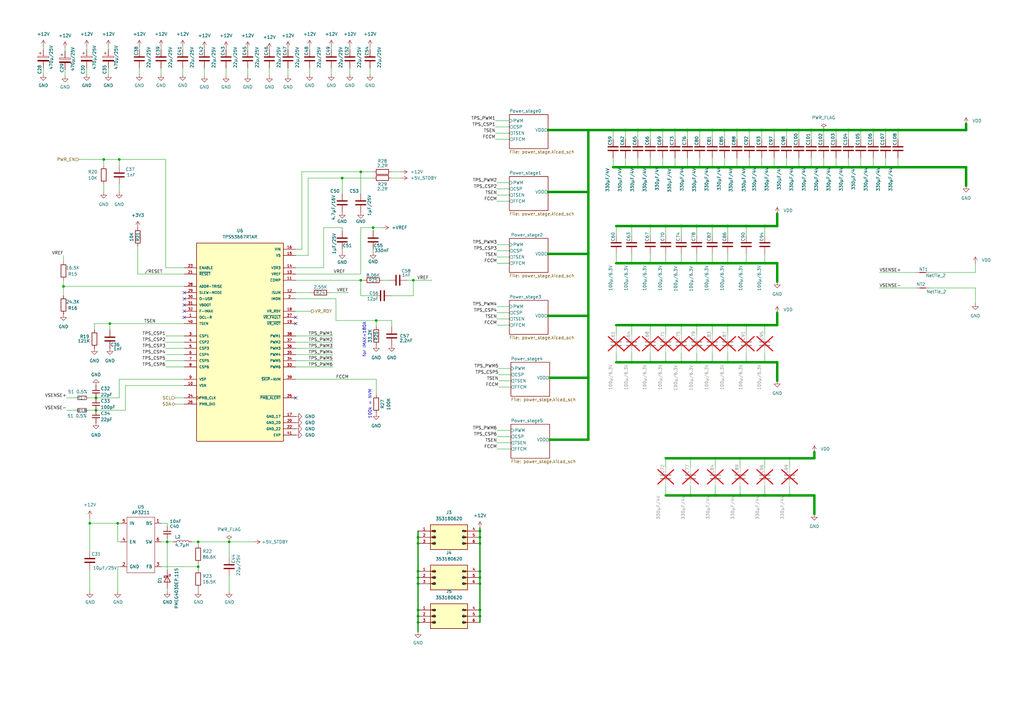
<source format=kicad_sch>
(kicad_sch (version 20250114) (generator "eeschema") (generator_version "9.0")
  (paper "A3")
  (title_block (title "PC-AXE") (company "Author: Aadhi M"))
  (text "100k = NVM" (at 151.765 165.735 90) (effects (font (size 1.27 1.27))))
  (text "for IMAX=180A" (at 149.479 139.319 90) (effects (font (size 1.27 1.27))))
  (junction (at 147.955 114.935))
  (junction (at 358.14 68.58))
  (junction (at 169.545 114.935))
  (junction (at 363.22 68.58))
  (junction (at 297.18 68.58))
  (junction (at 283.21 187.96))
  (junction (at 312.42 68.58))
  (junction (at 303.53 203.2))
  (junction (at 154.305 131.445))
  (junction (at 273.05 148.59))
  (junction (at 358.14 53.34))
  (junction (at 171.45 234.315))
  (junction (at 241.3 129.54))
  (junction (at 196.85 222.885))
  (junction (at 281.94 68.58))
  (junction (at 327.66 53.34))
  (junction (at 313.69 187.96))
  (junction (at 292.1 68.58))
  (junction (at 171.45 250.19))
  (junction (at 81.28 232.41))
  (junction (at 368.3 68.58))
  (junction (at 292.1 107.95))
  (junction (at 292.1 133.35))
  (junction (at 279.4 92.71))
  (junction (at 327.66 68.58))
  (junction (at 273.05 133.35))
  (junction (at 347.98 53.34))
  (junction (at 287.02 53.34))
  (junction (at 153.035 93.345))
  (junction (at 342.9 68.58))
  (junction (at 285.75 133.35))
  (junction (at 259.08 133.35))
  (junction (at 298.45 133.35))
  (junction (at 317.5 53.34))
  (junction (at 303.53 187.96))
  (junction (at 273.05 92.71))
  (junction (at 337.82 68.58))
  (junction (at 48.26 214.63))
  (junction (at 323.85 203.2))
  (junction (at 26.035 117.475))
  (junction (at 332.74 68.58))
  (junction (at 261.62 53.34))
  (junction (at 353.06 53.34))
  (junction (at 293.37 203.2))
  (junction (at 266.7 92.71))
  (junction (at 266.7 148.59))
  (junction (at 48.895 65.405))
  (junction (at 259.08 148.59))
  (junction (at 313.69 133.35))
  (junction (at 196.85 250.19))
  (junction (at 279.4 107.95))
  (junction (at 368.3 53.34))
  (junction (at 285.75 92.71))
  (junction (at 256.54 68.58))
  (junction (at 283.21 203.2))
  (junction (at 271.78 68.58))
  (junction (at 342.9 53.34))
  (junction (at 306.07 148.59))
  (junction (at 266.7 133.35))
  (junction (at 322.58 68.58))
  (junction (at 271.78 53.34))
  (junction (at 42.545 65.405))
  (junction (at 196.85 217.805))
  (junction (at 306.07 133.35))
  (junction (at 266.7 68.58))
  (junction (at 302.26 68.58))
  (junction (at 273.05 107.95))
  (junction (at 292.1 92.71))
  (junction (at 306.07 92.71))
  (junction (at 140.335 73.025))
  (junction (at 313.69 148.59))
  (junction (at 241.3 104.14))
  (junction (at 256.54 53.34))
  (junction (at 353.06 68.58))
  (junction (at 259.08 92.71))
  (junction (at 285.75 107.95))
  (junction (at 307.34 53.34))
  (junction (at 313.69 92.71))
  (junction (at 171.45 239.395))
  (junction (at 347.98 68.58))
  (junction (at 171.45 252.73))
  (junction (at 36.83 214.63))
  (junction (at 147.955 70.485))
  (junction (at 302.26 53.34))
  (junction (at 279.4 133.35))
  (junction (at 241.3 154.94))
  (junction (at 363.22 53.34))
  (junction (at 196.85 220.345))
  (junction (at 93.98 222.25))
  (junction (at 285.75 148.59))
  (junction (at 298.45 107.95))
  (junction (at 171.45 236.855))
  (junction (at 171.45 255.27))
  (junction (at 266.7 53.34))
  (junction (at 196.85 236.855))
  (junction (at 297.18 53.34))
  (junction (at 45.085 132.715))
  (junction (at 196.85 252.73))
  (junction (at 259.08 107.95))
  (junction (at 287.02 68.58))
  (junction (at 241.3 78.74))
  (junction (at 292.1 53.34))
  (junction (at 312.42 53.34))
  (junction (at 293.37 187.96))
  (junction (at 251.46 53.34))
  (junction (at 298.45 148.59))
  (junction (at 81.28 222.25))
  (junction (at 322.58 53.34))
  (junction (at 276.86 68.58))
  (junction (at 292.1 148.59))
  (junction (at 171.45 220.345))
  (junction (at 39.37 168.275))
  (junction (at 307.34 68.58))
  (junction (at 323.85 187.96))
  (junction (at 306.07 107.95))
  (junction (at 317.5 68.58))
  (junction (at 261.62 68.58))
  (junction (at 171.45 222.885))
  (junction (at 279.4 148.59))
  (junction (at 298.45 92.71))
  (junction (at 196.85 234.315))
  (junction (at 266.7 107.95))
  (junction (at 281.94 53.34))
  (junction (at 332.74 53.34))
  (junction (at 276.86 53.34))
  (junction (at 68.58 222.25))
  (junction (at 337.82 53.34))
  (junction (at 313.69 203.2))
  (junction (at 196.85 239.395))
  (junction (at 313.69 107.95))
  (junction (at 39.37 163.195))
  (no_connect (at 121.285 163.195))
  (no_connect (at 75.565 127.635))
  (no_connect (at 121.285 130.175))
  (no_connect (at 75.565 122.555))
  (no_connect (at 75.565 125.095))
  (no_connect (at 75.565 130.175))
  (no_connect (at 75.565 120.015))
  (no_connect (at 121.285 132.715))
  (wire (pts (xy 169.545 114.935) (xy 177.165 114.935)))
  (wire (pts (xy 203.835 77.47) (xy 208.915 77.47)))
  (wire (pts (xy 256.54 53.34) (xy 261.62 53.34)) (stroke (width 1)))
  (wire (pts (xy 266.7 137.16) (xy 266.7 133.35)))
  (wire (pts (xy 266.7 64.77) (xy 266.7 68.58)))
  (wire (pts (xy 285.75 107.95) (xy 292.1 107.95)) (stroke (width 1)))
  (wire (pts (xy 293.37 203.2) (xy 303.53 203.2)) (stroke (width 1)))
  (wire (pts (xy 68.58 242.57) (xy 68.58 241.3)))
  (wire (pts (xy 259.08 144.78) (xy 259.08 148.59)))
  (wire (pts (xy 317.5 53.34) (xy 322.58 53.34)) (stroke (width 1)))
  (wire (pts (xy 400.05 118.11) (xy 381 118.11)))
  (wire (pts (xy 56.515 112.395) (xy 75.565 112.395)))
  (wire (pts (xy 306.07 104.14) (xy 306.07 107.95)))
  (wire (pts (xy 196.85 220.345) (xy 196.85 222.885)) (stroke (width 0.508)))
  (wire (pts (xy 271.78 68.58) (xy 276.86 68.58)) (stroke (width 1)))
  (wire (pts (xy 259.08 148.59) (xy 266.7 148.59)) (stroke (width 1)))
  (wire (pts (xy 302.26 64.77) (xy 302.26 68.58)))
  (wire (pts (xy 332.74 53.34) (xy 335.28 53.34)))
  (wire (pts (xy 126.365 104.775) (xy 126.365 73.025)))
  (wire (pts (xy 283.21 203.2) (xy 288.29 203.2)))
  (wire (pts (xy 292.1 133.35) (xy 298.45 133.35)) (stroke (width 1)))
  (wire (pts (xy 26.035 117.475) (xy 26.035 121.285)))
  (wire (pts (xy 196.85 252.73) (xy 196.85 250.19)) (stroke (width 0.508)))
  (wire (pts (xy 196.85 236.855) (xy 196.85 239.395)) (stroke (width 0.508)))
  (wire (pts (xy 271.78 64.77) (xy 271.78 68.58)))
  (wire (pts (xy 318.77 128.27) (xy 318.77 133.35)) (stroke (width 1)))
  (wire (pts (xy 342.9 53.34) (xy 347.98 53.34)) (stroke (width 1)))
  (wire (pts (xy 293.37 187.96) (xy 293.37 191.77)))
  (wire (pts (xy 313.69 133.35) (xy 313.69 137.16)))
  (wire (pts (xy 57.15 27.94) (xy 57.15 30.48)))
  (wire (pts (xy 143.51 27.94) (xy 143.51 30.48)))
  (wire (pts (xy 26.67 19.685) (xy 26.67 20.955)))
  (wire (pts (xy 313.69 187.96) (xy 323.85 187.96)) (stroke (width 1)))
  (wire (pts (xy 293.37 203.2) (xy 298.45 203.2)))
  (wire (pts (xy 51.435 158.115) (xy 51.435 168.275)))
  (wire (pts (xy 67.945 145.415) (xy 75.565 145.415)))
  (wire (pts (xy 127 19.05) (xy 127 20.32)))
  (wire (pts (xy 121.285 155.575) (xy 154.305 155.575)))
  (wire (pts (xy 203.835 130.81) (xy 208.915 130.81)))
  (wire (pts (xy 337.82 64.77) (xy 337.82 68.58)))
  (wire (pts (xy 123.825 70.485) (xy 147.955 70.485)))
  (wire (pts (xy 281.94 68.58) (xy 281.94 64.77)))
  (wire (pts (xy 327.66 64.77) (xy 327.66 68.58)))
  (wire (pts (xy 266.7 133.35) (xy 273.05 133.35)) (stroke (width 1)))
  (wire (pts (xy 135.255 120.015) (xy 142.875 120.015)))
  (wire (pts (xy 167.005 114.935) (xy 169.545 114.935)))
  (wire (pts (xy 67.945 109.855) (xy 75.565 109.855)))
  (wire (pts (xy 44.45 27.94) (xy 44.45 30.48)))
  (wire (pts (xy 322.58 68.58) (xy 327.66 68.58)) (stroke (width 1)))
  (wire (pts (xy 292.1 144.78) (xy 292.1 148.59)))
  (wire (pts (xy 285.75 96.52) (xy 285.75 92.71)))
  (wire (pts (xy 342.9 64.77) (xy 342.9 68.58)))
  (wire (pts (xy 317.5 64.77) (xy 317.5 68.58)))
  (wire (pts (xy 283.21 187.96) (xy 293.37 187.96)) (stroke (width 1)))
  (wire (pts (xy 151.765 27.94) (xy 151.765 30.48)))
  (wire (pts (xy 298.45 133.35) (xy 306.07 133.35)) (stroke (width 1)))
  (wire (pts (xy 252.73 104.14) (xy 252.73 107.95)))
  (wire (pts (xy 353.06 68.58) (xy 358.14 68.58)) (stroke (width 1)))
  (wire (pts (xy 342.9 68.58) (xy 347.98 68.58)) (stroke (width 1)))
  (wire (pts (xy 279.4 144.78) (xy 279.4 148.59)))
  (wire (pts (xy 285.75 133.35) (xy 292.1 133.35)) (stroke (width 1)))
  (wire (pts (xy 266.7 104.14) (xy 266.7 107.95)))
  (wire (pts (xy 203.835 179.07) (xy 209.55 179.07)))
  (wire (pts (xy 203.2 54.61) (xy 208.915 54.61)))
  (wire (pts (xy 307.34 53.34) (xy 312.42 53.34)) (stroke (width 1)))
  (wire (pts (xy 261.62 53.34) (xy 266.7 53.34)) (stroke (width 1)))
  (wire (pts (xy 203.835 105.41) (xy 208.915 105.41)))
  (wire (pts (xy 363.22 64.77) (xy 363.22 68.58)))
  (wire (pts (xy 400.05 118.11) (xy 400.05 124.46)))
  (wire (pts (xy 256.54 68.58) (xy 261.62 68.58)) (stroke (width 1)))
  (wire (pts (xy 121.285 150.495) (xy 136.525 150.495)))
  (wire (pts (xy 66.04 27.94) (xy 66.04 30.48)))
  (wire (pts (xy 297.18 64.77) (xy 297.18 68.58)))
  (wire (pts (xy 332.74 53.34) (xy 337.82 53.34)) (stroke (width 1)))
  (wire (pts (xy 147.955 114.935) (xy 149.225 114.935)))
  (wire (pts (xy 204.47 151.13) (xy 209.55 151.13)))
  (wire (pts (xy 292.1 53.34) (xy 292.1 57.15)))
  (wire (pts (xy 118.11 19.685) (xy 118.11 20.32)))
  (wire (pts (xy 137.795 131.445) (xy 154.305 131.445)))
  (wire (pts (xy 140.335 103.505) (xy 140.335 102.235)))
  (wire (pts (xy 36.83 212.09) (xy 36.83 214.63)))
  (wire (pts (xy 307.34 64.77) (xy 307.34 68.58)))
  (wire (pts (xy 27.305 163.195) (xy 31.115 163.195)))
  (wire (pts (xy 283.21 187.96) (xy 283.21 191.77)))
  (wire (pts (xy 293.37 187.96) (xy 298.45 187.96)))
  (wire (pts (xy 42.545 65.405) (xy 42.545 67.945)))
  (wire (pts (xy 276.86 53.34) (xy 276.86 57.15)))
  (wire (pts (xy 224.79 53.34) (xy 251.46 53.34)) (stroke (width 1)))
  (wire (pts (xy 68.58 214.63) (xy 68.58 215.9)))
  (wire (pts (xy 279.4 133.35) (xy 279.4 137.16)))
  (wire (pts (xy 293.37 199.39) (xy 293.37 203.2)))
  (wire (pts (xy 312.42 64.77) (xy 312.42 68.58)))
  (wire (pts (xy 81.28 242.57) (xy 81.28 241.3)))
  (wire (pts (xy 68.58 222.25) (xy 68.58 220.98)))
  (wire (pts (xy 313.69 199.39) (xy 313.69 203.2)))
  (wire (pts (xy 306.07 92.71) (xy 306.07 96.52)))
  (wire (pts (xy 287.02 64.77) (xy 287.02 68.58)))
  (wire (pts (xy 17.78 27.94) (xy 17.78 30.48)))
  (wire (pts (xy 203.835 74.93) (xy 208.915 74.93)))
  (wire (pts (xy 203.835 82.55) (xy 208.915 82.55)))
  (wire (pts (xy 285.75 144.78) (xy 285.75 148.59)))
  (wire (pts (xy 154.305 155.575) (xy 154.305 161.925)))
  (wire (pts (xy 285.75 148.59) (xy 292.1 148.59)) (stroke (width 1)))
  (wire (pts (xy 196.85 252.73) (xy 196.85 255.27)) (stroke (width 0.508)))
  (wire (pts (xy 26.67 28.575) (xy 26.67 31.115)))
  (wire (pts (xy 147.955 93.345) (xy 153.035 93.345)))
  (wire (pts (xy 75.565 163.195) (xy 71.755 163.195)))
  (wire (pts (xy 312.42 53.34) (xy 313.69 53.34)))
  (wire (pts (xy 337.82 68.58) (xy 342.9 68.58)) (stroke (width 1)))
  (wire (pts (xy 241.3 180.34) (xy 241.3 154.94)) (stroke (width 1)))
  (wire (pts (xy 252.73 92.71) (xy 252.73 96.52)))
  (wire (pts (xy 302.26 53.34) (xy 302.26 57.15)))
  (wire (pts (xy 38.735 132.715) (xy 38.735 135.255)))
  (wire (pts (xy 259.08 133.35) (xy 259.08 137.16)))
  (wire (pts (xy 252.73 133.35) (xy 259.08 133.35)) (stroke (width 1)))
  (wire (pts (xy 224.79 104.14) (xy 241.3 104.14)) (stroke (width 1)))
  (wire (pts (xy 251.46 68.58) (xy 256.54 68.58)) (stroke (width 1)))
  (wire (pts (xy 327.66 68.58) (xy 332.74 68.58)) (stroke (width 1)))
  (wire (pts (xy 273.05 133.35) (xy 279.4 133.35)) (stroke (width 1)))
  (wire (pts (xy 241.3 154.94) (xy 241.3 129.54)) (stroke (width 1)))
  (wire (pts (xy 334.01 203.2) (xy 334.01 210.82)) (stroke (width 1)))
  (wire (pts (xy 287.02 68.58) (xy 292.1 68.58)) (stroke (width 1)))
  (wire (pts (xy 121.285 137.795) (xy 136.525 137.795)))
  (wire (pts (xy 396.24 50.8) (xy 396.24 53.34)) (stroke (width 1)))
  (wire (pts (xy 337.82 68.58) (xy 342.9 68.58)))
  (wire (pts (xy 302.26 68.58) (xy 307.34 68.58)) (stroke (width 1)))
  (wire (pts (xy 171.45 234.315) (xy 171.45 236.855)) (stroke (width 0.508)))
  (wire (pts (xy 279.4 92.71) (xy 279.4 96.52)))
  (wire (pts (xy 298.45 144.78) (xy 298.45 148.59)))
  (wire (pts (xy 68.58 233.68) (xy 68.58 222.25)))
  (wire (pts (xy 259.08 107.95) (xy 266.7 107.95)) (stroke (width 1)))
  (wire (pts (xy 252.73 133.35) (xy 252.73 137.16)))
  (wire (pts (xy 313.69 148.59) (xy 318.77 148.59)) (stroke (width 1)))
  (wire (pts (xy 48.895 75.565) (xy 48.895 78.74)))
  (wire (pts (xy 36.195 168.275) (xy 39.37 168.275)))
  (wire (pts (xy 66.04 232.41) (xy 81.28 232.41)))
  (wire (pts (xy 303.53 187.96) (xy 303.53 191.77)))
  (wire (pts (xy 26.035 117.475) (xy 75.565 117.475)))
  (wire (pts (xy 358.14 53.34) (xy 358.14 57.15)))
  (wire (pts (xy 347.98 64.77) (xy 347.98 68.58)))
  (wire (pts (xy 171.45 259.08) (xy 171.45 255.27)) (stroke (width 0.508)))
  (wire (pts (xy 313.69 92.71) (xy 313.69 96.52)))
  (wire (pts (xy 196.85 234.315) (xy 196.85 236.855)) (stroke (width 0.508)))
  (wire (pts (xy 312.42 53.34) (xy 317.5 53.34)) (stroke (width 1)))
  (wire (pts (xy 171.45 222.885) (xy 171.45 234.315)) (stroke (width 0.508)))
  (wire (pts (xy 271.78 53.34) (xy 271.78 57.15)))
  (wire (pts (xy 285.75 104.14) (xy 285.75 107.95)))
  (wire (pts (xy 81.28 222.25) (xy 78.74 222.25)))
  (wire (pts (xy 303.53 187.96) (xy 313.69 187.96)) (stroke (width 1)))
  (wire (pts (xy 203.835 102.87) (xy 208.915 102.87)))
  (wire (pts (xy 266.7 92.71) (xy 273.05 92.71)) (stroke (width 1)))
  (wire (pts (xy 196.85 216.535) (xy 196.85 217.805)) (stroke (width 0.508)))
  (wire (pts (xy 318.77 87.63) (xy 318.77 92.71)) (stroke (width 1)))
  (wire (pts (xy 273.05 144.78) (xy 273.05 148.59)))
  (wire (pts (xy 132.715 109.855) (xy 132.715 93.345)))
  (wire (pts (xy 273.05 187.96) (xy 283.21 187.96)) (stroke (width 1)))
  (wire (pts (xy 292.1 53.34) (xy 297.18 53.34)) (stroke (width 1)))
  (wire (pts (xy 313.69 203.2) (xy 318.77 203.2)))
  (wire (pts (xy 68.58 222.25) (xy 71.12 222.25)))
  (wire (pts (xy 151.765 19.05) (xy 151.765 20.32)))
  (wire (pts (xy 259.08 92.71) (xy 259.08 96.52)))
  (wire (pts (xy 297.18 53.34) (xy 297.18 57.15)))
  (wire (pts (xy 347.98 68.58) (xy 353.06 68.58)) (stroke (width 1)))
  (wire (pts (xy 203.835 176.53) (xy 209.55 176.53)))
  (wire (pts (xy 48.895 65.405) (xy 42.545 65.405)))
  (wire (pts (xy 313.69 203.2) (xy 323.85 203.2)) (stroke (width 1)))
  (wire (pts (xy 225.425 154.94) (xy 241.3 154.94)) (stroke (width 1)))
  (wire (pts (xy 171.45 255.27) (xy 171.45 252.73)) (stroke (width 0.508)))
  (wire (pts (xy 353.06 53.34) (xy 353.06 57.15)))
  (wire (pts (xy 283.21 199.39) (xy 283.21 203.2)))
  (wire (pts (xy 292.1 64.77) (xy 292.1 68.58)))
  (wire (pts (xy 285.75 92.71) (xy 292.1 92.71)) (stroke (width 1)))
  (wire (pts (xy 303.53 203.2) (xy 308.61 203.2)))
  (wire (pts (xy 306.07 144.78) (xy 306.07 148.59)))
  (wire (pts (xy 323.85 187.96) (xy 323.85 191.77)))
  (wire (pts (xy 317.5 68.58) (xy 318.77 68.58)))
  (wire (pts (xy 51.435 158.115) (xy 75.565 158.115)))
  (wire (pts (xy 44.45 19.05) (xy 44.45 20.32)))
  (wire (pts (xy 283.21 203.2) (xy 293.37 203.2)) (stroke (width 1)))
  (wire (pts (xy 318.77 148.59) (xy 318.77 156.21)) (stroke (width 1)))
  (wire (pts (xy 353.06 53.34) (xy 358.14 53.34)) (stroke (width 1)))
  (wire (pts (xy 273.05 187.96) (xy 278.13 187.96)))
  (wire (pts (xy 293.37 187.96) (xy 303.53 187.96)) (stroke (width 1)))
  (wire (pts (xy 298.45 92.71) (xy 298.45 96.52)))
  (wire (pts (xy 322.58 64.77) (xy 322.58 68.58)))
  (wire (pts (xy 121.285 127.635) (xy 127.635 127.635)))
  (wire (pts (xy 312.42 68.58) (xy 317.5 68.58)) (stroke (width 1)))
  (wire (pts (xy 273.05 148.59) (xy 279.4 148.59)) (stroke (width 1)))
  (wire (pts (xy 358.14 64.77) (xy 358.14 68.58)))
  (wire (pts (xy 273.05 92.71) (xy 279.4 92.71)) (stroke (width 1)))
  (wire (pts (xy 323.85 203.2) (xy 328.93 203.2)))
  (wire (pts (xy 347.98 53.34) (xy 347.98 57.15)))
  (wire (pts (xy 266.7 68.58) (xy 271.78 68.58)) (stroke (width 1)))
  (wire (pts (xy 313.69 104.14) (xy 313.69 107.95)))
  (wire (pts (xy 283.21 187.96) (xy 288.29 187.96)))
  (wire (pts (xy 312.42 68.58) (xy 313.69 68.58)))
  (wire (pts (xy 93.98 242.57) (xy 93.98 236.22)))
  (wire (pts (xy 121.285 140.335) (xy 136.525 140.335)))
  (wire (pts (xy 67.945 150.495) (xy 75.565 150.495)))
  (wire (pts (xy 287.02 53.34) (xy 292.1 53.34)) (stroke (width 1)))
  (wire (pts (xy 306.07 133.35) (xy 313.69 133.35)) (stroke (width 1)))
  (wire (pts (xy 17.78 19.05) (xy 17.78 20.32)))
  (wire (pts (xy 196.85 239.395) (xy 196.85 250.19)) (stroke (width 0.508)))
  (wire (pts (xy 281.94 53.34) (xy 281.94 57.15)))
  (wire (pts (xy 45.085 132.715) (xy 38.735 132.715)))
  (wire (pts (xy 302.26 53.34) (xy 307.34 53.34)) (stroke (width 1)))
  (wire (pts (xy 39.37 163.195) (xy 48.895 163.195)))
  (wire (pts (xy 160.655 121.285) (xy 169.545 121.285)))
  (wire (pts (xy 332.74 68.58) (xy 337.82 68.58)) (stroke (width 1)))
  (wire (pts (xy 273.05 203.2) (xy 278.13 203.2)))
  (wire (pts (xy 143.51 19.05) (xy 143.51 20.32)))
  (wire (pts (xy 48.895 65.405) (xy 48.895 67.945)))
  (wire (pts (xy 327.66 53.34) (xy 332.74 53.34)) (stroke (width 1)))
  (wire (pts (xy 39.37 168.275) (xy 51.435 168.275)))
  (wire (pts (xy 313.69 92.71) (xy 318.77 92.71)) (stroke (width 1)))
  (wire (pts (xy 203.835 80.01) (xy 208.915 80.01)))
  (wire (pts (xy 381 111.76) (xy 400.05 111.76)))
  (wire (pts (xy 48.26 232.41) (xy 49.53 232.41)))
  (wire (pts (xy 342.9 53.34) (xy 342.9 57.15)))
  (wire (pts (xy 140.335 73.025) (xy 153.035 73.025)))
  (wire (pts (xy 26.035 114.935) (xy 26.035 117.475)))
  (wire (pts (xy 224.79 78.74) (xy 241.3 78.74)) (stroke (width 1)))
  (wire (pts (xy 224.79 129.54) (xy 241.3 129.54)) (stroke (width 1)))
  (wire (pts (xy 292.1 68.58) (xy 297.18 68.58)) (stroke (width 1)))
  (wire (pts (xy 266.7 144.78) (xy 266.7 148.59)))
  (wire (pts (xy 101.6 19.685) (xy 101.6 20.32)))
  (wire (pts (xy 204.47 156.21) (xy 209.55 156.21)))
  (wire (pts (xy 273.05 92.71) (xy 273.05 96.52)))
  (wire (pts (xy 271.78 53.34) (xy 276.86 53.34)) (stroke (width 1)))
  (wire (pts (xy 93.98 222.25) (xy 104.14 222.25)))
  (wire (pts (xy 273.05 107.95) (xy 279.4 107.95)) (stroke (width 1)))
  (wire (pts (xy 251.46 64.77) (xy 251.46 68.58)))
  (wire (pts (xy 171.45 250.19) (xy 171.45 239.395)) (stroke (width 0.508)))
  (wire (pts (xy 169.545 114.935) (xy 169.545 121.285)))
  (wire (pts (xy 241.3 104.14) (xy 241.3 78.74)) (stroke (width 1)))
  (wire (pts (xy 279.4 104.14) (xy 279.4 107.95)))
  (wire (pts (xy 203.2 52.07) (xy 208.915 52.07)))
  (wire (pts (xy 259.08 104.14) (xy 259.08 107.95)))
  (wire (pts (xy 196.85 217.805) (xy 196.85 220.345)) (stroke (width 0.508)))
  (wire (pts (xy 322.58 53.34) (xy 322.58 57.15)))
  (wire (pts (xy 92.71 27.94) (xy 92.71 31.115)))
  (wire (pts (xy 334.01 185.42) (xy 334.01 187.96)) (stroke (width 1)))
  (wire (pts (xy 297.18 53.34) (xy 302.26 53.34)) (stroke (width 1)))
  (wire (pts (xy 147.955 121.285) (xy 153.035 121.285)))
  (wire (pts (xy 279.4 92.71) (xy 285.75 92.71)) (stroke (width 1)))
  (wire (pts (xy 121.285 114.935) (xy 147.955 114.935)))
  (wire (pts (xy 396.24 68.58) (xy 396.24 76.2)) (stroke (width 1)))
  (wire (pts (xy 48.895 155.575) (xy 75.565 155.575)))
  (wire (pts (xy 303.53 187.96) (xy 308.61 187.96)))
  (wire (pts (xy 251.46 53.34) (xy 251.46 57.15)))
  (wire (pts (xy 298.45 104.14) (xy 298.45 107.95)))
  (wire (pts (xy 360.68 118.11) (xy 375.92 118.11)))
  (wire (pts (xy 276.86 53.34) (xy 281.94 53.34)) (stroke (width 1)))
  (wire (pts (xy 147.955 70.485) (xy 153.035 70.485)))
  (wire (pts (xy 204.47 158.75) (xy 209.55 158.75)))
  (wire (pts (xy 132.715 93.345) (xy 140.335 93.345)))
  (wire (pts (xy 154.305 131.445) (xy 154.305 133.985)))
  (wire (pts (xy 27.305 168.275) (xy 31.115 168.275)))
  (wire (pts (xy 313.69 133.35) (xy 318.77 133.35)) (stroke (width 1)))
  (wire (pts (xy 306.07 107.95) (xy 313.69 107.95)) (stroke (width 1)))
  (wire (pts (xy 93.98 228.6) (xy 93.98 222.25)))
  (wire (pts (xy 92.71 19.685) (xy 92.71 20.32)))
  (wire (pts (xy 74.93 19.05) (xy 74.93 20.32)))
  (wire (pts (xy 281.94 68.58) (xy 287.02 68.58)) (stroke (width 1)))
  (wire (pts (xy 147.955 114.935) (xy 147.955 121.285)))
  (wire (pts (xy 256.54 64.77) (xy 256.54 68.58)))
  (wire (pts (xy 266.7 53.34) (xy 266.7 57.15)))
  (wire (pts (xy 259.08 92.71) (xy 266.7 92.71)) (stroke (width 1)))
  (wire (pts (xy 266.7 53.34) (xy 271.78 53.34)) (stroke (width 1)))
  (wire (pts (xy 323.85 203.2) (xy 334.01 203.2)) (stroke (width 1)))
  (wire (pts (xy 48.26 214.63) (xy 48.26 222.25)))
  (wire (pts (xy 273.05 104.14) (xy 273.05 107.95)))
  (wire (pts (xy 153.035 102.235) (xy 153.035 103.505)))
  (wire (pts (xy 368.3 64.77) (xy 368.3 68.58)))
  (wire (pts (xy 307.34 53.34) (xy 307.34 57.15)))
  (wire (pts (xy 203.835 128.27) (xy 208.915 128.27)))
  (wire (pts (xy 273.05 187.96) (xy 273.05 191.77)))
  (wire (pts (xy 368.3 68.58) (xy 396.24 68.58)) (stroke (width 1)))
  (wire (pts (xy 156.845 114.935) (xy 159.385 114.935)))
  (wire (pts (xy 160.655 73.025) (xy 164.465 73.025)))
  (wire (pts (xy 36.83 242.57) (xy 36.83 233.68)))
  (wire (pts (xy 259.08 133.35) (xy 266.7 133.35)) (stroke (width 1)))
  (wire (pts (xy 93.98 222.25) (xy 81.28 222.25)))
  (wire (pts (xy 45.085 132.715) (xy 75.565 132.715)))
  (wire (pts (xy 203.2 57.15) (xy 208.915 57.15)))
  (wire (pts (xy 160.655 131.445) (xy 160.655 133.985)))
  (wire (pts (xy 45.085 132.715) (xy 45.085 135.255)))
  (wire (pts (xy 252.73 148.59) (xy 259.08 148.59)) (stroke (width 1)))
  (wire (pts (xy 118.11 27.94) (xy 118.11 31.115)))
  (wire (pts (xy 276.86 68.58) (xy 281.94 68.58)) (stroke (width 1)))
  (wire (pts (xy 67.945 147.955) (xy 75.565 147.955)))
  (wire (pts (xy 36.83 214.63) (xy 48.26 214.63)))
  (wire (pts (xy 36.195 163.195) (xy 39.37 163.195)))
  (wire (pts (xy 241.3 129.54) (xy 241.3 104.14)) (stroke (width 1)))
  (wire (pts (xy 363.22 53.34) (xy 363.22 57.15)))
  (wire (pts (xy 266.7 96.52) (xy 266.7 92.71)))
  (wire (pts (xy 298.45 107.95) (xy 306.07 107.95)) (stroke (width 1)))
  (wire (pts (xy 317.5 68.58) (xy 322.58 68.58)) (stroke (width 1)))
  (wire (pts (xy 203.835 133.35) (xy 208.915 133.35)))
  (wire (pts (xy 313.69 107.95) (xy 318.77 107.95)) (stroke (width 1)))
  (wire (pts (xy 273.05 133.35) (xy 273.05 137.16)))
  (wire (pts (xy 35.56 27.94) (xy 35.56 30.48)))
  (wire (pts (xy 127 27.94) (xy 127 30.48)))
  (wire (pts (xy 204.47 153.67) (xy 209.55 153.67)))
  (wire (pts (xy 266.7 107.95) (xy 273.05 107.95)) (stroke (width 1)))
  (wire (pts (xy 279.4 148.59) (xy 285.75 148.59)) (stroke (width 1)))
  (wire (pts (xy 101.6 27.94) (xy 101.6 31.115)))
  (wire (pts (xy 313.69 187.96) (xy 313.69 191.77)))
  (wire (pts (xy 337.82 53.34) (xy 342.9 53.34)) (stroke (width 1)))
  (wire (pts (xy 303.53 203.2) (xy 313.69 203.2)) (stroke (width 1)))
  (wire (pts (xy 196.85 222.885) (xy 196.85 234.315)) (stroke (width 0.508)))
  (wire (pts (xy 292.1 148.59) (xy 298.45 148.59)) (stroke (width 1)))
  (wire (pts (xy 171.45 220.345) (xy 171.45 222.885)) (stroke (width 0.508)))
  (wire (pts (xy 266.7 148.59) (xy 273.05 148.59)) (stroke (width 1)))
  (wire (pts (xy 171.45 236.855) (xy 171.45 239.395)) (stroke (width 0.508)))
  (wire (pts (xy 368.3 53.34) (xy 368.3 57.15)))
  (wire (pts (xy 135.89 19.05) (xy 135.89 20.32)))
  (wire (pts (xy 171.45 217.805) (xy 171.45 220.345)) (stroke (width 0.508)))
  (wire (pts (xy 121.285 104.775) (xy 126.365 104.775)))
  (wire (pts (xy 83.82 19.685) (xy 83.82 20.32)))
  (wire (pts (xy 332.74 64.77) (xy 332.74 68.58)))
  (wire (pts (xy 203.835 107.95) (xy 208.915 107.95)))
  (wire (pts (xy 110.49 27.94) (xy 110.49 31.115)))
  (wire (pts (xy 67.945 142.875) (xy 75.565 142.875)))
  (wire (pts (xy 66.04 19.05) (xy 66.04 20.32)))
  (wire (pts (xy 256.54 53.34) (xy 256.54 57.15)))
  (wire (pts (xy 137.795 131.445) (xy 137.795 122.555)))
  (wire (pts (xy 35.56 19.05) (xy 35.56 20.32)))
  (wire (pts (xy 323.85 187.96) (xy 328.93 187.96)))
  (wire (pts (xy 32.385 65.405) (xy 42.545 65.405)))
  (wire (pts (xy 273.05 203.2) (xy 283.21 203.2)) (stroke (width 1)))
  (wire (pts (xy 306.07 92.71) (xy 313.69 92.71)) (stroke (width 1)))
  (wire (pts (xy 121.285 112.395) (xy 147.955 112.395)))
  (wire (pts (xy 292.1 92.71) (xy 298.45 92.71)) (stroke (width 1)))
  (wire (pts (xy 135.89 27.94) (xy 135.89 30.48)))
  (wire (pts (xy 66.04 214.63) (xy 68.58 214.63)))
  (wire (pts (xy 261.62 68.58) (xy 266.7 68.58)) (stroke (width 1)))
  (wire (pts (xy 57.15 19.05) (xy 57.15 20.32)))
  (wire (pts (xy 306.07 133.35) (xy 306.07 137.16)))
  (wire (pts (xy 281.94 53.34) (xy 287.02 53.34)) (stroke (width 1)))
  (wire (pts (xy 337.82 53.34) (xy 342.9 53.34)))
  (wire (pts (xy 358.14 68.58) (xy 363.22 68.58)) (stroke (width 1)))
  (wire (pts (xy 363.22 53.34) (xy 368.3 53.34)) (stroke (width 1)))
  (wire (pts (xy 347.98 53.34) (xy 353.06 53.34)) (stroke (width 1)))
  (wire (pts (xy 36.83 226.06) (xy 36.83 214.63)))
  (wire (pts (xy 75.565 165.735) (xy 71.755 165.735)))
  (wire (pts (xy 297.18 68.58) (xy 302.26 68.58)) (stroke (width 1)))
  (wire (pts (xy 147.955 70.485) (xy 147.955 79.375)))
  (wire (pts (xy 121.285 145.415) (xy 136.525 145.415)))
  (wire (pts (xy 203.835 100.33) (xy 208.915 100.33)))
  (wire (pts (xy 358.14 53.34) (xy 363.22 53.34)) (stroke (width 1)))
  (wire (pts (xy 313.69 144.78) (xy 313.69 148.59)))
  (wire (pts (xy 317.5 53.34) (xy 317.5 57.15)))
  (wire (pts (xy 261.62 53.34) (xy 261.62 57.15)))
  (wire (pts (xy 203.2 49.53) (xy 208.915 49.53)))
  (wire (pts (xy 48.895 65.405) (xy 67.945 65.405)))
  (wire (pts (xy 67.945 65.405) (xy 67.945 109.855)))
  (wire (pts (xy 121.285 109.855) (xy 132.715 109.855)))
  (wire (pts (xy 279.4 107.95) (xy 285.75 107.95)) (stroke (width 1)))
  (wire (pts (xy 121.285 142.875) (xy 136.525 142.875)))
  (wire (pts (xy 252.73 92.71) (xy 259.08 92.71)) (stroke (width 1)))
  (wire (pts (xy 121.285 120.015) (xy 127.635 120.015)))
  (wire (pts (xy 225.425 180.34) (xy 241.3 180.34)) (stroke (width 1)))
  (wire (pts (xy 26.035 104.775) (xy 26.035 107.315)))
  (wire (pts (xy 332.74 68.58) (xy 335.28 68.58)))
  (wire (pts (xy 292.1 107.95) (xy 298.45 107.95)) (stroke (width 1)))
  (wire (pts (xy 137.795 122.555) (xy 121.285 122.555)))
  (wire (pts (xy 261.62 64.77) (xy 261.62 68.58)))
  (wire (pts (xy 48.26 222.25) (xy 49.53 222.25)))
  (wire (pts (xy 292.1 133.35) (xy 292.1 137.16)))
  (wire (pts (xy 327.66 53.34) (xy 330.2 53.34)))
  (wire (pts (xy 312.42 53.34) (xy 312.42 57.15)))
  (wire (pts (xy 327.66 53.34) (xy 327.66 57.15)))
  (wire (pts (xy 81.28 232.41) (xy 81.28 231.14)))
  (wire (pts (xy 400.05 111.76) (xy 400.05 107.95)))
  (wire (pts (xy 360.68 111.76) (xy 375.92 111.76)))
  (wire (pts (xy 292.1 104.14) (xy 292.1 107.95)))
  (wire (pts (xy 298.45 133.35) (xy 298.45 137.16)))
  (wire (pts (xy 48.26 242.57) (xy 48.26 232.41)))
  (wire (pts (xy 337.82 53.34) (xy 337.82 57.15)))
  (wire (pts (xy 140.335 73.025) (xy 140.335 79.375)))
  (wire (pts (xy 203.835 125.73) (xy 208.915 125.73)))
  (wire (pts (xy 317.5 53.34) (xy 318.77 53.34)))
  (wire (pts (xy 298.45 92.71) (xy 306.07 92.71)) (stroke (width 1)))
  (wire (pts (xy 81.28 223.52) (xy 81.28 222.25)))
  (wire (pts (xy 66.04 222.25) (xy 68.58 222.25)))
  (wire (pts (xy 74.93 27.94) (xy 74.93 30.48)))
  (wire (pts (xy 81.28 233.68) (xy 81.28 232.41)))
  (wire (pts (xy 48.895 163.195) (xy 48.895 155.575)))
  (wire (pts (xy 252.73 107.95) (xy 259.08 107.95)) (stroke (width 1)))
  (wire (pts (xy 287.02 53.34) (xy 287.02 57.15)))
  (wire (pts (xy 56.515 100.965) (xy 56.515 112.395)))
  (wire (pts (xy 313.69 187.96) (xy 318.77 187.96)))
  (wire (pts (xy 140.335 93.345) (xy 140.335 94.615)))
  (wire (pts (xy 241.3 78.74) (xy 241.3 53.34)) (stroke (width 1)))
  (wire (pts (xy 121.285 102.235) (xy 123.825 102.235)))
  (wire (pts (xy 252.73 144.78) (xy 252.73 148.59)))
  (wire (pts (xy 322.58 53.34) (xy 327.66 53.34)) (stroke (width 1)))
  (wire (pts (xy 156.845 93.345) (xy 153.035 93.345)))
  (wire (pts (xy 123.825 102.235) (xy 123.825 70.485)))
  (wire (pts (xy 160.655 70.485) (xy 164.465 70.485)))
  (wire (pts (xy 327.66 68.58) (xy 330.2 68.58)))
  (wire (pts (xy 83.82 27.94) (xy 83.82 31.115)))
  (wire (pts (xy 307.34 68.58) (xy 312.42 68.58)) (stroke (width 1)))
  (wire (pts (xy 153.035 93.345) (xy 153.035 94.615)))
  (wire (pts (xy 285.75 137.16) (xy 285.75 133.35)))
  (wire (pts (xy 279.4 133.35) (xy 285.75 133.35)) (stroke (width 1)))
  (wire (pts (xy 147.955 112.395) (xy 147.955 93.345)))
  (wire (pts (xy 203.835 184.15) (xy 209.55 184.15)))
  (wire (pts (xy 318.77 107.95) (xy 318.77 115.57)) (stroke (width 1)))
  (wire (pts (xy 303.53 199.39) (xy 303.53 203.2)))
  (wire (pts (xy 322.58 53.34) (xy 323.85 53.34)))
  (wire (pts (xy 160.655 131.445) (xy 154.305 131.445)))
  (wire (pts (xy 126.365 73.025) (xy 140.335 73.025)))
  (wire (pts (xy 276.86 64.77) (xy 276.86 68.58)))
  (wire (pts (xy 323.85 199.39) (xy 323.85 203.2)))
  (wire (pts (xy 48.26 214.63) (xy 49.53 214.63)))
  (wire (pts (xy 363.22 68.58) (xy 368.3 68.58)) (stroke (width 1)))
  (wire (pts (xy 298.45 148.59) (xy 306.07 148.59)) (stroke (width 1)))
  (wire (pts (xy 121.285 147.955) (xy 136.525 147.955)))
  (wire (pts (xy 67.945 137.795) (xy 75.565 137.795)))
  (wire (pts (xy 323.85 187.96) (xy 334.01 187.96)) (stroke (width 1)))
  (wire (pts (xy 273.05 199.39) (xy 273.05 203.2)))
  (wire (pts (xy 171.45 252.73) (xy 171.45 250.19)) (stroke (width 0.508)))
  (wire (pts (xy 42.545 75.565) (xy 42.545 78.74)))
  (wire (pts (xy 203.835 181.61) (xy 209.55 181.61)))
  (wire (pts (xy 353.06 64.77) (xy 353.06 68.58)))
  (wire (pts (xy 332.74 53.34) (xy 332.74 57.15)))
  (wire (pts (xy 368.3 53.34) (xy 396.24 53.34)) (stroke (width 1)))
  (wire (pts (xy 322.58 68.58) (xy 323.85 68.58)))
  (wire (pts (xy 306.07 148.59) (xy 313.69 148.59)) (stroke (width 1)))
  (wire (pts (xy 251.46 53.34) (xy 256.54 53.34)) (stroke (width 1)))
  (wire (pts (xy 67.945 140.335) (xy 75.565 140.335)))
  (wire (pts (xy 292.1 92.71) (xy 292.1 96.52)))
  (label "FCCM" (at 204.47 158.75 180))
  (label "VREF" (at 26.035 104.775 180))
  (label "VSENSE+" (at 27.305 163.195 180))
  (label "TPS_CSP6" (at 203.835 179.07 180))
  (label "VSENSE-" (at 27.305 168.275 180))
  (label "{slash}RESET" (at 66.675 112.395 180))
  (label "TSEN" (at 203.835 105.41 180))
  (label "TPS_PWM6" (at 136.525 150.495 180))
  (label "TSEN" (at 59.055 132.715 0))
  (label "TPS_CSP5" (at 204.47 153.67 180))
  (label "TPS_PWM3" (at 136.525 142.875 180))
  (label "TPS_PWM4" (at 203.835 125.73 180))
  (label "TSEN" (at 203.835 181.61 180))
  (label "TSEN" (at 203.835 80.01 180))
  (label "TPS_CSP1" (at 203.2 52.07 180))
  (label "TSEN" (at 203.2 54.61 180))
  (label "FCCM" (at 203.835 82.55 180))
  (label "TPS_CSP5" (at 67.945 147.955 180))
  (label "TSEN" (at 203.835 130.81 180))
  (label "TPS_PWM2" (at 136.525 140.335 180))
  (label "VREF" (at 142.875 120.015 180))
  (label "TPS_CSP1" (at 67.945 137.795 180))
  (label "TPS_PWM5" (at 136.525 147.955 180))
  (label "TPS_CSP2" (at 203.835 77.47 180))
  (label "TPS_PWM1" (at 136.525 137.795 180))
  (label "VREF" (at 141.605 112.395 180))
  (label "VREF" (at 175.895 114.935 180))
  (label "TPS_PWM3" (at 203.835 100.33 180))
  (label "TPS_PWM1" (at 203.2 49.53 180))
  (label "FCCM" (at 203.2 57.15 180))
  (label "TPS_PWM4" (at 136.525 145.415 180))
  (label "FCCM" (at 203.835 107.95 180))
  (label "VSENSE-" (at 360.68 118.11 0))
  (label "TPS_PWM2" (at 203.835 74.93 180))
  (label "TPS_CSP2" (at 67.945 140.335 180))
  (label "FCCM" (at 203.835 184.15 180))
  (label "VSENSE+" (at 360.68 111.76 0))
  (label "TPS_CSP6" (at 67.945 150.495 180))
  (label "TPS_CSP3" (at 203.835 102.87 180))
  (label "FCCM" (at 137.795 155.575 0))
  (label "TPS_PWM6" (at 203.835 176.53 180))
  (label "FCCM" (at 203.835 133.35 180))
  (label "TPS_CSP4" (at 203.835 128.27 180))
  (label "TPS_CSP3" (at 67.945 142.875 180))
  (label "TPS_CSP4" (at 67.945 145.415 180))
  (label "TSEN" (at 204.47 156.21 180))
  (label "TPS_PWM5" (at 204.47 151.13 180))
  (hierarchical_label "SCL" (shape input) (at 71.755 163.195 180))
  (hierarchical_label "SDA" (shape bidirectional) (at 71.755 165.735 180))
  (hierarchical_label "VR_RDY" (shape output) (at 127.635 127.635 0))
  (hierarchical_label "PWR_EN" (shape input) (at 32.385 65.405 180))
  (symbol (lib_id "power:GND") (at 44.45 30.48 0) (unit 1)
    (property "Reference" "#PWR056" (effects (hide yes)))
    (property "Value" "GND" (at 44.45 35.052 0))
  )
  (symbol (lib_id "Device:C") (at 297.18 60.96 0) (unit 1)
    (property "Reference" "C85" (at 295.91 59.69 90) (effects (justify left)))
    (property "Value" "330µF/4V" (at 294.894 78.232 90) (effects (justify left)))
    (property "Footprint" "Capacitor_SMD:C_1210_3225Metric" (effects (hide yes)))
    (property "Manufacturer" "GRM32ER60G337ME05K" (effects (hide yes)))
    (property "P/N DIGIKEY" "490-GRM32ER60G337ME05KCT-ND" (effects (hide yes)))
    (property "P/N MOUSER" "81-GRM32ER60G337ME5K" (effects (hide yes)))
  )
  (symbol (lib_id "power:GND") (at 151.765 30.48 0) (unit 1)
    (property "Reference" "#PWR095" (effects (hide yes)))
    (property "Value" "GND" (at 151.765 35.052 0))
  )
  (symbol (lib_id "power:+12V") (at 135.89 19.05 0) (unit 1)
    (property "Reference" "#PWR087" (effects (hide yes)))
    (property "Value" "+12V" (at 135.89 13.97 0))
  )
  (symbol (lib_id "Device:C") (at 322.58 60.96 0) (unit 1)
    (property "Reference" "C98" (at 321.31 59.69 90) (effects (justify left)))
    (property "Value" "330µF/4V" (at 319.532 77.978 90) (effects (justify left)))
    (property "Footprint" "Capacitor_SMD:C_1210_3225Metric" (effects (hide yes)))
    (property "Manufacturer" "GRM32ER60G337ME05K" (effects (hide yes)))
    (property "P/N DIGIKEY" "490-GRM32ER60G337ME05KCT-ND" (effects (hide yes)))
    (property "P/N MOUSER" "81-GRM32ER60G337ME5K" (effects (hide yes)))
  )
  (symbol (lib_id "power:VDD") (at 318.77 87.63 0) (unit 1)
    (property "Reference" "#PWR0105" (effects (hide yes)))
    (property "Value" "VDD" (at 321.31 86.3599 0) (effects (justify left)))
    (property "Description" "Power symbol creates a global label with name \"VDD\"" (effects (hide yes)))
  )
  (symbol (lib_id "power:+12V") (at 118.11 19.685 0) (unit 1)
    (property "Reference" "#PWR079" (effects (hide yes)))
    (property "Value" "+12V" (at 118.11 14.605 0))
  )
  (symbol (lib_id "EKO_Miner_ASIClib:TPS53667RTAR") (at 98.425 140.335 0) (unit 1)
    (property "Reference" "U6" (at 98.425 94.615 0))
    (property "Value" "TPS53667RTAR" (at 98.425 97.155 0))
    (property "Footprint" "TPS53667RTAR:IC_TPS53667RTAR" (effects (hide yes)))
    (property "MF" "Texas Instruments" (effects (hide yes)))
    (property "MAXIMUM_PACKAGE_HEIGHT" "0.8mm" (effects (hide yes)))
    (property "Package" "WQFN-40 Texas Instruments" (effects (hide yes)))
    (property "Price" "None" (effects (hide yes)))
    (property "Check_prices" "https://www.snapeda.com/parts/TPS53667RTAR/Texas+Instruments/view-part/?ref=eda" (effects (hide yes)))
    (property "STANDARD" "Manufacturer Recommendations" (effects (hide yes)))
    (property "PARTREV" "B" (effects (hide yes)))
    (property "SnapEDA_Link" "https://www.snapeda.com/parts/TPS53667RTAR/Texas+Instruments/view-part/?ref=snap" (effects (hide yes)))
    (property "MP" "TPS53667RTAR" (effects (hide yes)))
    (property "Description_1" "\n                        \n                            6-Phase, D-CAP+ step-down driverless buck controller with NVM and PMBus interface for ASIC\n                        \n" (effects (hide yes)))
    (property "Availability" "In Stock" (effects (hide yes)))
    (property "MANUFACTURER" "Texas Instruments" (effects (hide yes)))
    (property "Manufacturer" "TPS53667RTAT" (effects (hide yes)))
    (property "P/N MOUSER" "595-TPS53667RTAT" (effects (hide yes)))
    (property "P/N LCSC" "C702270" (effects (hide yes)))
  )
  (symbol (lib_id "Device:C") (at 312.42 60.96 0) (unit 1)
    (property "Reference" "C93" (at 311.15 59.69 90) (effects (justify left)))
    (property "Value" "330µF/4V" (at 309.372 78.486 90) (effects (justify left)))
    (property "Footprint" "Capacitor_SMD:C_1210_3225Metric" (effects (hide yes)))
    (property "Manufacturer" "GRM32ER60G337ME05K" (effects (hide yes)))
    (property "P/N DIGIKEY" "490-GRM32ER60G337ME05KCT-ND" (effects (hide yes)))
    (property "P/N MOUSER" "81-GRM32ER60G337ME5K" (effects (hide yes)))
  )
  (symbol (lib_id "Device:C") (at 153.035 98.425 0) (mirror y) (unit 1)
    (property "Reference" "C55" (at 157.099 100.711 0) (effects (justify left)))
    (property "Value" "330nF" (at 159.639 102.743 0) (effects (justify left)))
    (property "Footprint" "Capacitor_SMD:C_0805_2012Metric" (effects (hide yes)))
    (property "Manufacturer" "CL21B334KBFNNNE" (effects (hide yes)))
    (property "P/N MOUSER" "187-CL21B334KBFNNNE" (effects (hide yes)))
    (property "P/N LCSC" "C73142" (effects (hide yes)))
  )
  (symbol (lib_name "GND_7") (lib_id "power:GND") (at 38.735 142.875 0) (unit 1)
    (property "Reference" "#PWR051" (effects (hide yes)))
    (property "Value" "GND" (at 38.735 147.955 0))
    (property "Description" "Power symbol creates a global label with name \"GND\" , ground" (effects (hide yes)))
  )
  (symbol (lib_id "power:+12V") (at 44.45 19.05 0) (unit 1)
    (property "Reference" "#PWR055" (effects (hide yes)))
    (property "Value" "+12V" (at 44.45 13.97 0))
  )
  (symbol (lib_id "Device:R") (at 156.845 70.485 270) (unit 1)
    (property "Reference" "R28" (at 156.845 66.04 90))
    (property "Value" "2.2R" (at 156.845 67.945 90))
    (property "Footprint" "Resistor_SMD:R_0805_2012Metric" (effects (hide yes)))
    (property "Description" "Resistor" (effects (hide yes)))
    (property "Manufacturer" "RMCF0805FT2R20" (effects (hide yes)))
    (property "P/N DIGIKEY" "541-10524-1-ND" (effects (hide yes)))
    (property "P/N MOUSER" "708-RMCF0805FT2R20" (effects (hide yes)))
    (property "P/N LCSC" "C17521" (effects (hide yes)))
  )
  (symbol (lib_id "Device:C") (at 266.7 100.33 0) (unit 1)
    (property "Reference" "C67" (at 265.43 99.06 90) (effects (justify left)))
    (property "Value" "100µ/6.3V" (at 264.414 119.38 90) (effects (justify left)))
    (property "Footprint" "Capacitor_SMD:C_1206_3216Metric" (effects (hide yes)))
    (property "Manufacturer" "CL31A107MQHNNWE" (effects (hide yes)))
    (property "P/N MOUSER" "187-CL31A107MQHNNWE" (effects (hide yes)))
  )
  (symbol (lib_id "Device:R") (at 56.515 97.155 0) (mirror y) (unit 1)
    (property "Reference" "R21" (at 56.515 97.155 90))
    (property "Value" "10K" (at 53.975 97.155 90))
    (property "Footprint" "Resistor_SMD:R_0805_2012Metric" (effects (hide yes)))
    (property "Description" "Resistor" (effects (hide yes)))
    (property "Manufacturer" "CRGCQ0805F10K" (effects (hide yes)))
    (property "P/N MOUSER" "279-CRGCQ0805F10K" (effects (hide yes)))
    (property "P/N LCSC" "C84376" (effects (hide yes)))
  )
  (symbol (lib_id "Device:C_Small") (at 39.37 165.735 0) (unit 1) (exclude_from_sim yes)
    (property "Reference" "C33" (at 41.275 164.465 0) (effects (justify left)))
    (property "Value" "100pF" (at 41.275 167.005 0) (effects (justify left)))
    (property "Footprint" "Capacitor_SMD:C_0805_2012Metric" (effects (hide yes)))
    (property "Description" "Unpolarized capacitor, small symbol" (effects (hide yes)))
    (property "Manufacturer" "0805B101M250CT" (effects (hide yes)))
    (property "P/N MOUSER" "791-0805B101M250CT" (effects (hide yes)))
    (property "P/N LCSC" "C3897824" (effects (hide yes)))
  )
  (symbol (lib_id "power:GND") (at 35.56 30.48 0) (unit 1)
    (property "Reference" "#PWR048" (effects (hide yes)))
    (property "Value" "GND" (at 35.56 35.052 0))
  )
  (symbol (lib_id "power:GND") (at 127 30.48 0) (unit 1)
    (property "Reference" "#PWR086" (effects (hide yes)))
    (property "Value" "GND" (at 127 35.052 0))
  )
  (symbol (lib_id "Device:C") (at 368.3 60.96 0) (unit 1)
    (property "Reference" "C108" (at 367.03 59.69 90) (effects (justify left)))
    (property "Value" "330µF/4V" (at 365.252 78.486 90) (effects (justify left)))
    (property "Footprint" "Capacitor_SMD:C_1210_3225Metric" (effects (hide yes)))
    (property "Manufacturer" "GRM32ER60G337ME05K" (effects (hide yes)))
    (property "P/N DIGIKEY" "490-GRM32ER60G337ME05KCT-ND" (effects (hide yes)))
    (property "P/N MOUSER" "81-GRM32ER60G337ME5K" (effects (hide yes)))
  )
  (symbol (lib_id "Device:C") (at 45.085 139.065 0) (mirror y) (unit 1)
    (property "Reference" "C36" (at 49.149 141.351 0) (effects (justify left)))
    (property "Value" "1nF" (at 50.165 143.129 0) (effects (justify left)))
    (property "Footprint" "Capacitor_SMD:C_0805_2012Metric" (effects (hide yes)))
    (property "Manufacturer" "CC0805KRX7R0BB102" (effects (hide yes)))
    (property "P/N DIGIKEY" "311-1472-1-ND" (effects (hide yes)))
    (property "P/N MOUSER" "603-CC805KRX7R0BB102" (effects (hide yes)))
    (property "P/N LCSC" "C106244" (effects (hide yes)))
  )
  (symbol (lib_id "Device:C") (at 74.93 24.13 0) (unit 1)
    (property "Reference" "C41" (at 73.66 22.86 90) (effects (justify left)))
    (property "Value" "22µ/25V" (at 78.74 27.94 90) (effects (justify left)))
    (property "Footprint" "Capacitor_SMD:C_1210_3225Metric" (effects (hide yes)))
    (property "Manufacturer" "CL32A226KAJNNNE" (effects (hide yes)))
    (property "P/N MOUSER" "187-CL32A226KAJNNNE" (effects (hide yes)))
  )
  (symbol (lib_id "Device:R") (at 154.305 137.795 0) (mirror x) (unit 1)
    (property "Reference" "R26" (at 154.305 137.795 90))
    (property "Value" "33.2K" (at 151.765 137.795 90))
    (property "Footprint" "Resistor_SMD:R_0805_2012Metric" (effects (hide yes)))
    (property "Description" "Resistor" (effects (hide yes)))
    (property "Manufacturer" "RMCF0805FT33K2" (effects (hide yes)))
    (property "P/N MOUSER" "708-RMCF0805FT33K2" (effects (hide yes)))
    (property "P/N LCSC" "C3016779" (effects (hide yes)))
  )
  (symbol (lib_id "Device:R") (at 154.305 165.735 180) (unit 1)
    (property "Reference" "R27" (at 156.845 165.735 90))
    (property "Value" "100K" (at 159.385 165.735 90))
    (property "Footprint" "Resistor_SMD:R_0805_2012Metric" (effects (hide yes)))
    (property "Description" "Resistor" (effects (hide yes)))
    (property "Manufacturer" "CRG0805F100K" (effects (hide yes)))
    (property "P/N MOUSER" "279-CRG0805F100K " (effects (hide yes)))
    (property "P/N LCSC" "C149504" (effects (hide yes)))
  )
  (symbol (lib_id "Device:C") (at 93.98 232.41 0) (unit 1)
    (property "Reference" "C44" (at 95.758 231.14 90) (effects (justify left)))
    (property "Value" "22µ/25V" (at 97.79 236.22 90) (effects (justify left)))
    (property "Footprint" "Capacitor_SMD:C_1210_3225Metric" (effects (hide yes)))
    (property "Manufacturer" "CL32A226KAJNNNE" (effects (hide yes)))
    (property "P/N MOUSER" "187-CL32A226KAJNNNE" (effects (hide yes)))
  )
  (symbol (lib_name "+3V3_1") (lib_id "power:+3V3") (at 56.515 93.345 0) (mirror y) (unit 1)
    (property "Reference" "#PWR060" (effects (hide yes)))
    (property "Value" "+3V3" (at 56.515 88.265 0))
    (property "Description" "Power symbol creates a global label with name \"+3V3\"" (effects (hide yes)))
  )
  (symbol (lib_id "Device:C") (at 363.22 60.96 0) (unit 1)
    (property "Reference" "C107" (at 361.95 59.69 90) (effects (justify left)))
    (property "Value" "330µF/4V" (at 360.172 78.486 90) (effects (justify left)))
    (property "Footprint" "Capacitor_SMD:C_1210_3225Metric" (effects (hide yes)))
    (property "Manufacturer" "GRM32ER60G337ME05K" (effects (hide yes)))
    (property "P/N DIGIKEY" "490-GRM32ER60G337ME05KCT-ND" (effects (hide yes)))
    (property "P/N MOUSER" "81-GRM32ER60G337ME5K" (effects (hide yes)))
  )
  (symbol (lib_id "Device:C") (at 110.49 24.13 0) (unit 1)
    (property "Reference" "C46" (at 109.22 22.86 90) (effects (justify left)))
    (property "Value" "22µ/25V" (at 114.3 27.94 90) (effects (justify left)))
    (property "Footprint" "Capacitor_SMD:C_1210_3225Metric" (effects (hide yes)))
    (property "Manufacturer" "CL32A226KAJNNNE" (effects (hide yes)))
    (property "P/N MOUSER" "187-CL32A226KAJNNNE" (effects (hide yes)))
  )
  (symbol (lib_id "353180620:353180620") (at 184.15 236.855 0) (unit 1)
    (property "Reference" "J4" (at 184.15 226.695 0))
    (property "Value" "353180620" (at 184.15 229.235 0))
    (property "Footprint" "353180620:MOLEX_353180620" (effects (hide yes)))
    (property "MF" "Molex" (effects (hide yes)))
  )
  (symbol (lib_id "Device:C") (at 281.94 60.96 0) (unit 1)
    (property "Reference" "C76" (at 280.67 59.69 90) (effects (justify left)))
    (property "Value" "330µF/4V" (at 279.654 78.486 90) (effects (justify left)))
    (property "Footprint" "Capacitor_SMD:C_1210_3225Metric" (effects (hide yes)))
    (property "Manufacturer" "GRM32ER60G337ME05K" (effects (hide yes)))
    (property "P/N DIGIKEY" "490-GRM32ER60G337ME05KCT-ND" (effects (hide yes)))
    (property "P/N MOUSER" "81-GRM32ER60G337ME5K" (effects (hide yes)))
  )
  (symbol (lib_name "GND_6") (lib_id "power:GND") (at 121.285 173.355 90) (unit 1)
    (property "Reference" "#PWR082" (effects (hide yes)))
    (property "Value" "GND" (at 125.095 173.3549 90) (effects (justify right)))
    (property "Description" "Power symbol creates a global label with name \"GND\" , ground" (effects (hide yes)))
  )
  (symbol (lib_name "GND_9") (lib_id "power:GND") (at 39.37 158.115 180) (unit 1)
    (property "Reference" "#PWR052" (effects (hide yes)))
    (property "Value" "GND" (at 39.37 153.67 0))
    (property "Description" "Power symbol creates a global label with name \"GND\" , ground" (effects (hide yes)))
  )
  (symbol (lib_id "power:VDD") (at 400.05 107.95 0) (unit 1)
    (property "Reference" "#PWR0113" (effects (hide yes)))
    (property "Value" "VDD" (at 402.59 106.6799 0) (effects (justify left)))
    (property "Description" "Power symbol creates a global label with name \"VDD\"" (effects (hide yes)))
  )
  (symbol (lib_id "power:GND") (at 171.45 259.08 0) (unit 1)
    (property "Reference" "#PWR0103" (effects (hide yes)))
    (property "Value" "GND" (at 171.45 263.652 0))
  )
  (symbol (lib_id "Device:C") (at 252.73 100.33 0) (unit 1)
    (property "Reference" "C60" (at 251.46 99.06 90) (effects (justify left)))
    (property "Value" "100µ/6.3V" (at 250.444 119.38 90) (effects (justify left)))
    (property "Footprint" "Capacitor_SMD:C_1206_3216Metric" (effects (hide yes)))
    (property "Manufacturer" "CL31A107MQHNNWE" (effects (hide yes)))
    (property "P/N MOUSER" "187-CL31A107MQHNNWE" (effects (hide yes)))
  )
  (symbol (lib_id "Device:R") (at 26.035 125.095 180) (unit 1)
    (property "Reference" "R16" (at 29.845 126.365 0))
    (property "Value" "24.3K" (at 29.845 123.825 0))
    (property "Footprint" "Resistor_SMD:R_0805_2012Metric" (effects (hide yes)))
    (property "Description" "Resistor" (effects (hide yes)))
    (property "Manufacturer" "RC0805FR-0724K3L" (effects (hide yes)))
    (property "P/N MOUSER" "603-RC0805FR-0724K3L" (effects (hide yes)))
    (property "P/N LCSC" "C17569" (effects (hide yes)))
  )
  (symbol (lib_name "GND_6") (lib_id "power:GND") (at 48.895 78.74 0) (mirror y) (unit 1)
    (property "Reference" "#PWR059" (effects (hide yes)))
    (property "Value" "GND" (at 48.895 83.82 0))
    (property "Description" "Power symbol creates a global label with name \"GND\" , ground" (effects (hide yes)))
  )
  (symbol (lib_id "power:GND") (at 396.24 76.2 0) (unit 1)
    (property "Reference" "#PWR0112" (effects (hide yes)))
    (property "Value" "GND" (at 396.24 81.28 0))
  )
  (symbol (lib_id "Device:C") (at 298.45 100.33 0) (unit 1)
    (property "Reference" "C86" (at 297.18 99.06 90) (effects (justify left)))
    (property "Value" "100µ/6.3V" (at 296.164 119.38 90) (effects (justify left)))
    (property "Footprint" "Capacitor_SMD:C_1206_3216Metric" (effects (hide yes)))
    (property "Manufacturer" "CL31A107MQHNNWE" (effects (hide yes)))
    (property "P/N MOUSER" "187-CL31A107MQHNNWE" (effects (hide yes)))
  )
  (symbol (lib_id "Device:C") (at 261.62 60.96 0) (unit 1)
    (property "Reference" "C65" (at 260.35 59.69 90) (effects (justify left)))
    (property "Value" "330µF/4V" (at 259.334 78.74 90) (effects (justify left)))
    (property "Footprint" "Capacitor_SMD:C_1210_3225Metric" (effects (hide yes)))
    (property "Manufacturer" "GRM32ER60G337ME05K" (effects (hide yes)))
    (property "P/N DIGIKEY" "490-GRM32ER60G337ME05KCT-ND" (effects (hide yes)))
    (property "P/N MOUSER" "81-GRM32ER60G337ME5K" (effects (hide yes)))
  )
  (symbol (lib_id "Device:C") (at 313.69 140.97 0) (unit 1) (dnp yes)
    (property "Reference" "C95" (at 312.42 139.7 90) (effects (justify left)))
    (property "Value" "100µ/6.3V" (at 311.404 160.02 90) (effects (justify left)))
    (property "Footprint" "Capacitor_SMD:C_1206_3216Metric" (effects (hide yes)))
    (property "Manufacturer" "CL31A107MQHNNWE" (effects (hide yes)))
    (property "P/N MOUSER" "187-CL31A107MQHNNWE" (effects (hide yes)))
  )
  (symbol (lib_id "Device:C") (at 266.7 140.97 0) (unit 1) (dnp yes)
    (property "Reference" "C68" (at 265.43 139.7 90) (effects (justify left)))
    (property "Value" "100µ/6.3V" (at 264.414 160.02 90) (effects (justify left)))
    (property "Footprint" "Capacitor_SMD:C_1206_3216Metric" (effects (hide yes)))
    (property "Manufacturer" "CL31A107MQHNNWE" (effects (hide yes)))
    (property "P/N MOUSER" "187-CL31A107MQHNNWE" (effects (hide yes)))
  )
  (symbol (lib_id "power:+12V") (at 110.49 20.32 0) (unit 1)
    (property "Reference" "#PWR077" (effects (hide yes)))
    (property "Value" "+12V" (at 110.49 15.24 0))
  )
  (symbol (lib_id "Device:C_Polarized") (at 26.67 24.765 0) (unit 1)
    (property "Reference" "C29" (at 25.4 29.845 90) (effects (justify left)))
    (property "Value" "470µ/25V" (at 29.845 29.21 90) (effects (justify left)))
    (property "Footprint" "Capacitor_SMD:CP_Elec_8x10" (effects (hide yes)))
    (property "Manufacturer" "UWT1E471MNL1GS" (effects (hide yes)))
    (property "P/N MOUSER" "647-UWT1E471MNL1S" (effects (hide yes)))
  )
  (symbol (lib_id "Device:C") (at 160.655 137.795 0) (unit 1)
    (property "Reference" "C57" (at 163.957 137.795 0) (effects (justify left)))
    (property "Value" "2.2nF" (at 163.83 139.7 0) (effects (justify left)))
    (property "Footprint" "Capacitor_SMD:C_0805_2012Metric" (effects (hide yes)))
    (property "Manufacturer" "0805B222K160CT" (effects (hide yes)))
    (property "P/N MOUSER" "791-0805B222K160CT" (effects (hide yes)))
    (property "P/N LCSC" "C3907092" (effects (hide yes)))
  )
  (symbol (lib_id "Device:C") (at 151.765 24.13 0) (unit 1)
    (property "Reference" "C54" (at 150.495 22.86 90) (effects (justify left)))
    (property "Value" "22µ/25V" (at 155.575 27.94 90) (effects (justify left)))
    (property "Footprint" "Capacitor_SMD:C_1210_3225Metric" (effects (hide yes)))
    (property "Manufacturer" "CL32A226KAJNNNE" (effects (hide yes)))
    (property "P/N MOUSER" "187-CL32A226KAJNNNE" (effects (hide yes)))
  )
  (symbol (lib_id "Device:C") (at 303.53 195.58 0) (unit 1) (dnp yes)
    (property "Reference" "C89" (at 302.26 194.31 90) (effects (justify left)))
    (property "Value" "330µF/4V" (at 300.482 213.106 90) (effects (justify left)))
    (property "Footprint" "Capacitor_SMD:C_1210_3225Metric" (effects (hide yes)))
    (property "Manufacturer" "GRM32ER60G337ME05K" (effects (hide yes)))
    (property "P/N DIGIKEY" "490-GRM32ER60G337ME05KCT-ND" (effects (hide yes)))
    (property "P/N MOUSER" "81-GRM32ER60G337ME5K" (effects (hide yes)))
  )
  (symbol (lib_id "Device:R") (at 156.845 73.025 270) (unit 1)
    (property "Reference" "R29" (at 156.845 75.565 90))
    (property "Value" "2.2R" (at 156.845 77.47 90))
    (property "Footprint" "Resistor_SMD:R_0805_2012Metric" (effects (hide yes)))
    (property "Description" "Resistor" (effects (hide yes)))
    (property "Manufacturer" "RMCF0805FT2R20" (effects (hide yes)))
    (property "P/N DIGIKEY" "541-10524-1-ND" (effects (hide yes)))
    (property "P/N MOUSER" "708-RMCF0805FT2R20" (effects (hide yes)))
    (property "P/N LCSC" "C17521" (effects (hide yes)))
  )
  (symbol (lib_id "power:VDD") (at 334.01 185.42 0) (unit 1)
    (property "Reference" "#PWR0109" (effects (hide yes)))
    (property "Value" "VDD" (at 336.55 184.1499 0) (effects (justify left)))
    (property "Description" "Power symbol creates a global label with name \"VDD\"" (effects (hide yes)))
  )
  (symbol (lib_id "Device:C") (at 283.21 195.58 0) (unit 1) (dnp yes)
    (property "Reference" "C77" (at 281.94 194.31 90) (effects (justify left)))
    (property "Value" "330µF/4V" (at 280.162 213.106 90) (effects (justify left)))
    (property "Footprint" "Capacitor_SMD:C_1210_3225Metric" (effects (hide yes)))
    (property "Manufacturer" "GRM32ER60G337ME05K" (effects (hide yes)))
    (property "P/N DIGIKEY" "490-GRM32ER60G337ME05KCT-ND" (effects (hide yes)))
    (property "P/N MOUSER" "81-GRM32ER60G337ME5K" (effects (hide yes)))
  )
  (symbol (lib_name "PWR_FLAG_2") (lib_id "power:PWR_FLAG") (at 93.98 222.25 0) (unit 1)
    (property "Reference" "#FLG01" (effects (hide yes)))
    (property "Value" "PWR_FLAG" (at 93.98 217.17 0))
    (property "Description" "Special symbol for telling ERC where power comes from" (effects (hide yes)))
  )
  (symbol (lib_id "Device:NetTie_2") (at 378.46 118.11 180) (unit 1) (in_bom no)
    (property "Reference" "NT2" (at 377.698 116.586 0))
    (property "Value" "NetTie_2" (at 384.048 119.634 0))
    (property "Footprint" "NetTie:NetTie-2_SMD_Pad0.5mm" (effects (hide yes)))
    (property "Description" "Net tie, 2 pins" (effects (hide yes)))
  )
  (symbol (lib_id "Device:C") (at 306.07 140.97 0) (unit 1) (dnp yes)
    (property "Reference" "C91" (at 304.8 139.7 90) (effects (justify left)))
    (property "Value" "100µ/6.3V" (at 303.784 160.02 90) (effects (justify left)))
    (property "Footprint" "Capacitor_SMD:C_1206_3216Metric" (effects (hide yes)))
    (property "Manufacturer" "CL31A107MQHNNWE" (effects (hide yes)))
    (property "P/N MOUSER" "187-CL31A107MQHNNWE" (effects (hide yes)))
  )
  (symbol (lib_id "Device:C") (at 358.14 60.96 0) (unit 1)
    (property "Reference" "C106" (at 356.87 59.69 90) (effects (justify left)))
    (property "Value" "330µF/4V" (at 355.092 78.486 90) (effects (justify left)))
    (property "Footprint" "Capacitor_SMD:C_1210_3225Metric" (effects (hide yes)))
    (property "Manufacturer" "GRM32ER60G337ME05K" (effects (hide yes)))
    (property "P/N DIGIKEY" "490-GRM32ER60G337ME05KCT-ND" (effects (hide yes)))
    (property "P/N MOUSER" "81-GRM32ER60G337ME5K" (effects (hide yes)))
  )
  (symbol (lib_id "Device:R") (at 42.545 71.755 0) (mirror y) (unit 1)
    (property "Reference" "R20" (at 40.005 70.485 0) (effects (justify left)))
    (property "Value" "10K" (at 40.005 73.025 0) (effects (justify left)))
    (property "Footprint" "Resistor_SMD:R_0805_2012Metric" (effects (hide yes)))
    (property "Manufacturer" "CRGCQ0805F10K" (effects (hide yes)))
    (property "P/N MOUSER" "279-CRGCQ0805F10K" (effects (hide yes)))
    (property "P/N LCSC" "C84376" (effects (hide yes)))
  )
  (symbol (lib_id "Device:NetTie_2") (at 378.46 111.76 0) (mirror y) (unit 1) (in_bom no)
    (property "Reference" "NT1" (at 376.936 110.49 0) (effects (justify right)))
    (property "Value" "NetTie_2" (at 379.7299 113.03 0) (effects (justify right)))
    (property "Footprint" "NetTie:NetTie-2_SMD_Pad0.5mm" (effects (hide yes)))
    (property "Description" "Net tie, 2 pins" (effects (hide yes)))
  )
  (symbol (lib_id "Device:R_Small") (at 33.655 163.195 90) (unit 1)
    (property "Reference" "R17" (at 33.401 163.195 90))
    (property "Value" "51 0.5%" (at 31.877 160.655 90))
    (property "Footprint" "Resistor_SMD:R_0805_2012Metric" (effects (hide yes)))
    (property "Description" "Resistor, small symbol" (effects (hide yes)))
    (property "Manufacturer" "RT0805DRE0751RL" (effects (hide yes)))
    (property "P/N MOUSER" "603-RT0805DRE0751RL" (effects (hide yes)))
    (property "P/N LCSC" "C868849" (effects (hide yes)))
  )
  (symbol (lib_id "power:GND") (at 66.04 30.48 0) (unit 1)
    (property "Reference" "#PWR064" (effects (hide yes)))
    (property "Value" "GND" (at 66.04 35.052 0))
  )
  (symbol (lib_id "Device:R") (at 26.035 111.125 180) (unit 1)
    (property "Reference" "R15" (at 29.845 112.395 0))
    (property "Value" "16.5K" (at 29.845 109.855 0))
    (property "Footprint" "Resistor_SMD:R_0805_2012Metric" (effects (hide yes)))
    (property "Description" "Resistor" (effects (hide yes)))
    (property "Manufacturer" "RC0805FR-0716K5L" (effects (hide yes)))
    (property "P/N MOUSER" "603-RC0805FR-0716K5L" (effects (hide yes)))
    (property "P/N LCSC" "C35929" (effects (hide yes)))
  )
  (symbol (lib_id "Device:C") (at 251.46 60.96 0) (unit 1)
    (property "Reference" "C59" (at 250.19 59.69 90) (effects (justify left)))
    (property "Value" "330µF/4V" (at 249.174 78.74 90) (effects (justify left)))
    (property "Footprint" "Capacitor_SMD:C_1210_3225Metric" (effects (hide yes)))
    (property "Manufacturer" "GRM32ER60G337ME05K" (effects (hide yes)))
    (property "P/N DIGIKEY" "490-GRM32ER60G337ME05KCT-ND" (effects (hide yes)))
    (property "P/N MOUSER" "81-GRM32ER60G337ME5K" (effects (hide yes)))
  )
  (symbol (lib_id "Device:C") (at 337.82 60.96 0) (unit 1)
    (property "Reference" "C102" (at 336.55 59.69 90) (effects (justify left)))
    (property "Value" "330µF/4V" (at 334.772 78.486 90) (effects (justify left)))
    (property "Footprint" "Capacitor_SMD:C_1210_3225Metric" (effects (hide yes)))
    (property "Manufacturer" "GRM32ER60G337ME05K" (effects (hide yes)))
    (property "P/N DIGIKEY" "490-GRM32ER60G337ME05KCT-ND" (effects (hide yes)))
    (property "P/N MOUSER" "81-GRM32ER60G337ME5K" (effects (hide yes)))
  )
  (symbol (lib_id "Device:R") (at 153.035 114.935 270) (unit 1)
    (property "Reference" "R25" (at 153.035 114.935 90))
    (property "Value" "8.06K" (at 153.035 112.903 90))
    (property "Footprint" "Resistor_SMD:R_0805_2012Metric" (effects (hide yes)))
    (property "Description" "Resistor" (effects (hide yes)))
    (property "Manufacturer" "RC0805FR-078K06L" (effects (hide yes)))
    (property "P/N MOUSER" "603-RC0805FR-078K06L" (effects (hide yes)))
    (property "P/N LCSC" "C2933501" (effects (hide yes)))
  )
  (symbol (lib_id "Device:C") (at 266.7 60.96 0) (unit 1)
    (property "Reference" "C66" (at 265.43 59.69 90) (effects (justify left)))
    (property "Value" "330µF/4V" (at 264.414 78.74 90) (effects (justify left)))
    (property "Footprint" "Capacitor_SMD:C_1210_3225Metric" (effects (hide yes)))
    (property "Manufacturer" "GRM32ER60G337ME05K" (effects (hide yes)))
    (property "P/N DIGIKEY" "490-GRM32ER60G337ME05KCT-ND" (effects (hide yes)))
    (property "P/N MOUSER" "81-GRM32ER60G337ME5K" (effects (hide yes)))
  )
  (symbol (lib_id "Device:C_Polarized") (at 44.45 24.13 0) (unit 1)
    (property "Reference" "C35" (at 42.926 30.48 90) (effects (justify left)))
    (property "Value" "470µ/25V" (at 47.625 28.575 90) (effects (justify left)))
    (property "Footprint" "Capacitor_SMD:CP_Elec_8x10" (effects (hide yes)))
    (property "Manufacturer" "UWT1E471MNL1GS" (effects (hide yes)))
    (property "P/N MOUSER" "647-UWT1E471MNL1S" (effects (hide yes)))
  )
  (symbol (lib_name "GND_5") (lib_id "power:GND") (at 140.335 103.505 0) (unit 1)
    (property "Reference" "#PWR090" (effects (hide yes)))
    (property "Value" "GND" (at 140.335 107.569 0))
    (property "Description" "Power symbol creates a global label with name \"GND\" , ground" (effects (hide yes)))
  )
  (symbol (lib_id "Device:R") (at 38.735 139.065 180) (unit 1)
    (property "Reference" "R19" (at 34.671 138.049 0))
    (property "Value" "121K" (at 34.417 139.827 0))
    (property "Footprint" "Resistor_SMD:R_0805_2012Metric" (effects (hide yes)))
    (property "Description" "Resistor" (effects (hide yes)))
    (property "Manufacturer" "RT0805FRE07121KL" (effects (hide yes)))
    (property "P/N MOUSER" "603-RT0805FRE07121KL" (effects (hide yes)))
    (property "P/N LCSC" "C17438" (effects (hide yes)))
  )
  (symbol (lib_id "Device:C") (at 298.45 140.97 0) (unit 1) (dnp yes)
    (property "Reference" "C87" (at 297.18 139.7 90) (effects (justify left)))
    (property "Value" "100µ/6.3V" (at 296.164 160.02 90) (effects (justify left)))
    (property "Footprint" "Capacitor_SMD:C_1206_3216Metric" (effects (hide yes)))
    (property "Manufacturer" "CL31A107MQHNNWE" (effects (hide yes)))
    (property "P/N MOUSER" "187-CL31A107MQHNNWE" (effects (hide yes)))
  )
  (symbol (lib_id "Device:C") (at 292.1 140.97 0) (unit 1) (dnp yes)
    (property "Reference" "C83" (at 290.83 139.7 90) (effects (justify left)))
    (property "Value" "100µ/6.3V" (at 289.814 160.02 90) (effects (justify left)))
    (property "Footprint" "Capacitor_SMD:C_1206_3216Metric" (effects (hide yes)))
    (property "Manufacturer" "CL31A107MQHNNWE" (effects (hide yes)))
    (property "P/N MOUSER" "187-CL31A107MQHNNWE" (effects (hide yes)))
  )
  (symbol (lib_name "GND_7") (lib_id "power:GND") (at 45.085 142.875 0) (unit 1)
    (property "Reference" "#PWR057" (effects (hide yes)))
    (property "Value" "GND" (at 45.085 147.955 0))
    (property "Description" "Power symbol creates a global label with name \"GND\" , ground" (effects (hide yes)))
  )
  (symbol (lib_id "power:+12V") (at 66.04 19.05 0) (unit 1)
    (property "Reference" "#PWR063" (effects (hide yes)))
    (property "Value" "+12V" (at 66.04 13.97 0))
  )
  (symbol (lib_id "Device:C_Polarized") (at 17.78 24.13 0) (unit 1)
    (property "Reference" "C28" (at 16.256 30.48 90) (effects (justify left)))
    (property "Value" "470µ/25V" (at 20.955 28.575 90) (effects (justify left)))
    (property "Footprint" "Capacitor_SMD:CP_Elec_8x10" (effects (hide yes)))
    (property "Manufacturer" "UWT1E471MNL1GS" (effects (hide yes)))
    (property "P/N MOUSER" "647-UWT1E471MNL1S" (effects (hide yes)))
  )
  (symbol (lib_id "Device:C") (at 306.07 100.33 0) (unit 1)
    (property "Reference" "C90" (at 304.8 99.06 90) (effects (justify left)))
    (property "Value" "100µ/6.3V" (at 303.784 119.38 90) (effects (justify left)))
    (property "Footprint" "Capacitor_SMD:C_1206_3216Metric" (effects (hide yes)))
    (property "Manufacturer" "CL31A107MQHNNWE" (effects (hide yes)))
    (property "P/N MOUSER" "187-CL31A107MQHNNWE" (effects (hide yes)))
  )
  (symbol (lib_id "power:GND") (at 74.93 30.48 0) (unit 1)
    (property "Reference" "#PWR067" (effects (hide yes)))
    (property "Value" "GND" (at 74.93 35.052 0))
  )
  (symbol (lib_id "Device:C") (at 36.83 229.87 0) (unit 1)
    (property "Reference" "C31" (at 37.465 227.965 0) (effects (justify left bottom)))
    (property "Value" "10µF/25V" (at 38.1 233.68 0) (effects (justify left bottom)))
    (property "Footprint" "Capacitor_SMD:C_0805_2012Metric" (effects (hide yes)))
    (property "Manufacturer" "TMK212BBJ106MG-T" (effects (hide yes)))
    (property "P/N MOUSER" "963-TMK212BBJ106MG-T" (effects (hide yes)))
  )
  (symbol (lib_id "Device:C") (at 101.6 24.13 0) (unit 1)
    (property "Reference" "C45" (at 100.33 22.86 90) (effects (justify left)))
    (property "Value" "22µ/25V" (at 105.41 27.94 90) (effects (justify left)))
    (property "Footprint" "Capacitor_SMD:C_1210_3225Metric" (effects (hide yes)))
    (property "Manufacturer" "CL32A226KAJNNNE" (effects (hide yes)))
    (property "P/N MOUSER" "187-CL32A226KAJNNNE" (effects (hide yes)))
  )
  (symbol (lib_id "Device:C") (at 273.05 100.33 0) (unit 1)
    (property "Reference" "C70" (at 271.78 99.06 90) (effects (justify left)))
    (property "Value" "100µ/6.3V" (at 270.764 119.38 90) (effects (justify left)))
    (property "Footprint" "Capacitor_SMD:C_1206_3216Metric" (effects (hide yes)))
    (property "Manufacturer" "CL31A107MQHNNWE" (effects (hide yes)))
    (property "P/N MOUSER" "187-CL31A107MQHNNWE" (effects (hide yes)))
  )
  (symbol (lib_id "power:VDD") (at 318.77 128.27 0) (unit 1)
    (property "Reference" "#PWR0107" (effects (hide yes)))
    (property "Value" "VDD" (at 321.31 126.9999 0) (effects (justify left)))
    (property "Description" "Power symbol creates a global label with name \"VDD\"" (effects (hide yes)))
  )
  (symbol (lib_id "power:+12V") (at 83.82 19.685 0) (unit 1)
    (property "Reference" "#PWR069" (effects (hide yes)))
    (property "Value" "+12V" (at 83.82 14.605 0))
  )
  (symbol (lib_id "power:GND") (at 36.83 242.57 0) (unit 1)
    (property "Reference" "#PWR050" (effects (hide yes)))
    (property "Value" "GND" (at 36.957 246.9642 0))
  )
  (symbol (lib_id "Device:C") (at 127 24.13 0) (unit 1)
    (property "Reference" "C48" (at 125.73 22.86 90) (effects (justify left)))
    (property "Value" "22µ/25V" (at 130.81 27.94 90) (effects (justify left)))
    (property "Footprint" "Capacitor_SMD:C_1210_3225Metric" (effects (hide yes)))
    (property "Manufacturer" "CL32A226KAJNNNE" (effects (hide yes)))
    (property "P/N MOUSER" "187-CL32A226KAJNNNE" (effects (hide yes)))
  )
  (symbol (lib_name "GND_7") (lib_id "power:GND") (at 154.305 169.545 0) (unit 1)
    (property "Reference" "#PWR098" (effects (hide yes)))
    (property "Value" "GND" (at 154.305 174.625 0))
    (property "Description" "Power symbol creates a global label with name \"GND\" , ground" (effects (hide yes)))
  )
  (symbol (lib_id "Device:C") (at 332.74 60.96 0) (unit 1)
    (property "Reference" "C101" (at 331.47 59.69 90) (effects (justify left)))
    (property "Value" "330µF/4V" (at 329.692 78.486 90) (effects (justify left)))
    (property "Footprint" "Capacitor_SMD:C_1210_3225Metric" (effects (hide yes)))
    (property "Manufacturer" "GRM32ER60G337ME05K" (effects (hide yes)))
    (property "P/N DIGIKEY" "490-GRM32ER60G337ME05KCT-ND" (effects (hide yes)))
    (property "P/N MOUSER" "81-GRM32ER60G337ME5K" (effects (hide yes)))
  )
  (symbol (lib_id "Device:C") (at 313.69 195.58 0) (unit 1) (dnp yes)
    (property "Reference" "C96" (at 312.42 194.31 90) (effects (justify left)))
    (property "Value" "330µF/4V" (at 310.642 213.106 90) (effects (justify left)))
    (property "Footprint" "Capacitor_SMD:C_1210_3225Metric" (effects (hide yes)))
    (property "Manufacturer" "GRM32ER60G337ME05K" (effects (hide yes)))
    (property "P/N DIGIKEY" "490-GRM32ER60G337ME05KCT-ND" (effects (hide yes)))
    (property "P/N MOUSER" "81-GRM32ER60G337ME5K" (effects (hide yes)))
  )
  (symbol (lib_id "Device:C") (at 252.73 140.97 0) (unit 1) (dnp yes)
    (property "Reference" "C61" (at 251.46 139.7 90) (effects (justify left)))
    (property "Value" "100µ/6.3V" (at 250.444 160.02 90) (effects (justify left)))
    (property "Footprint" "Capacitor_SMD:C_1206_3216Metric" (effects (hide yes)))
    (property "Manufacturer" "CL31A107MQHNNWE" (effects (hide yes)))
    (property "P/N MOUSER" "187-CL31A107MQHNNWE" (effects (hide yes)))
  )
  (symbol (lib_id "Device:C") (at 271.78 60.96 0) (unit 1)
    (property "Reference" "C69" (at 270.51 59.69 90) (effects (justify left)))
    (property "Value" "330µF/4V" (at 269.494 78.232 90) (effects (justify left)))
    (property "Footprint" "Capacitor_SMD:C_1210_3225Metric" (effects (hide yes)))
    (property "Manufacturer" "GRM32ER60G337ME05K" (effects (hide yes)))
    (property "P/N DIGIKEY" "490-GRM32ER60G337ME05KCT-ND" (effects (hide yes)))
    (property "P/N MOUSER" "81-GRM32ER60G337ME5K" (effects (hide yes)))
  )
  (symbol (lib_id "Device:C") (at 48.895 71.755 0) (unit 1)
    (property "Reference" "C37" (at 51.435 69.469 0) (effects (justify left)))
    (property "Value" "1nF" (at 51.943 71.755 0) (effects (justify left)))
    (property "Footprint" "Capacitor_SMD:C_0805_2012Metric" (effects (hide yes)))
    (property "Manufacturer" "CC0805KRX7R0BB102" (effects (hide yes)))
    (property "P/N DIGIKEY" "311-1472-1-ND" (effects (hide yes)))
    (property "P/N MOUSER" "603-CC805KRX7R0BB102" (effects (hide yes)))
    (property "P/N LCSC" "C106244" (effects (hide yes)))
  )
  (symbol (lib_id "power:GND") (at 93.98 242.57 0) (unit 1)
    (property "Reference" "#PWR073" (effects (hide yes)))
    (property "Value" "GND" (at 94.107 246.9642 0))
  )
  (symbol (lib_id "Device:C") (at 347.98 60.96 0) (unit 1)
    (property "Reference" "C104" (at 346.71 59.69 90) (effects (justify left)))
    (property "Value" "330µF/4V" (at 344.932 78.486 90) (effects (justify left)))
    (property "Footprint" "Capacitor_SMD:C_1210_3225Metric" (effects (hide yes)))
    (property "Manufacturer" "GRM32ER60G337ME05K" (effects (hide yes)))
    (property "P/N DIGIKEY" "490-GRM32ER60G337ME05KCT-ND" (effects (hide yes)))
    (property "P/N MOUSER" "81-GRM32ER60G337ME5K" (effects (hide yes)))
  )
  (symbol (lib_id "power:+12V") (at 26.67 19.685 0) (unit 1)
    (property "Reference" "#PWR045" (effects (hide yes)))
    (property "Value" "+12V" (at 26.67 14.605 0))
  )
  (symbol (lib_id "Device:C") (at 92.71 24.13 0) (unit 1)
    (property "Reference" "C43" (at 91.44 22.86 90) (effects (justify left)))
    (property "Value" "22µ/25V" (at 96.52 27.94 90) (effects (justify left)))
    (property "Footprint" "Capacitor_SMD:C_1210_3225Metric" (effects (hide yes)))
    (property "Manufacturer" "CL32A226KAJNNNE" (effects (hide yes)))
    (property "P/N MOUSER" "187-CL32A226KAJNNNE" (effects (hide yes)))
  )
  (symbol (lib_id "Device:C") (at 302.26 60.96 0) (unit 1)
    (property "Reference" "C88" (at 300.99 59.69 90) (effects (justify left)))
    (property "Value" "330µF/4V" (at 299.72 78.74 90) (effects (justify left)))
    (property "Footprint" "Capacitor_SMD:C_1210_3225Metric" (effects (hide yes)))
    (property "Manufacturer" "GRM32ER60G337ME05K" (effects (hide yes)))
    (property "P/N DIGIKEY" "490-GRM32ER60G337ME05KCT-ND" (effects (hide yes)))
    (property "P/N MOUSER" "81-GRM32ER60G337ME5K" (effects (hide yes)))
  )
  (symbol (lib_id "power:GND") (at 334.01 210.82 0) (unit 1)
    (property "Reference" "#PWR0110" (effects (hide yes)))
    (property "Value" "GND" (at 334.01 215.9 0))
  )
  (symbol (lib_id "power:VDD") (at 396.24 50.8 0) (unit 1)
    (property "Reference" "#PWR0111" (effects (hide yes)))
    (property "Value" "VDD" (at 398.78 49.5299 0) (effects (justify left)))
    (property "Description" "Power symbol creates a global label with name \"VDD\"" (effects (hide yes)))
  )
  (symbol (lib_id "Device:C_Polarized") (at 35.56 24.13 0) (unit 1)
    (property "Reference" "C30" (at 34.036 30.48 90) (effects (justify left)))
    (property "Value" "470µ/25V" (at 38.735 28.575 90) (effects (justify left)))
    (property "Footprint" "Capacitor_SMD:CP_Elec_8x10" (effects (hide yes)))
    (property "Manufacturer" "UWT1E471MNL1GS" (effects (hide yes)))
    (property "P/N MOUSER" "647-UWT1E471MNL1S" (effects (hide yes)))
  )
  (symbol (lib_id "Device:C") (at 317.5 60.96 0) (unit 1)
    (property "Reference" "C97" (at 316.23 59.69 90) (effects (justify left)))
    (property "Value" "330µF/4V" (at 314.452 78.486 90) (effects (justify left)))
    (property "Footprint" "Capacitor_SMD:C_1210_3225Metric" (effects (hide yes)))
    (property "Manufacturer" "GRM32ER60G337ME05K" (effects (hide yes)))
    (property "P/N DIGIKEY" "490-GRM32ER60G337ME05KCT-ND" (effects (hide yes)))
    (property "P/N MOUSER" "81-GRM32ER60G337ME5K" (effects (hide yes)))
  )
  (symbol (lib_id "Device:C") (at 287.02 60.96 0) (unit 1)
    (property "Reference" "C80" (at 285.75 59.69 90) (effects (justify left)))
    (property "Value" "330µF/4V" (at 284.734 78.74 90) (effects (justify left)))
    (property "Footprint" "Capacitor_SMD:C_1210_3225Metric" (effects (hide yes)))
    (property "Manufacturer" "GRM32ER60G337ME05K" (effects (hide yes)))
    (property "P/N DIGIKEY" "490-GRM32ER60G337ME05KCT-ND" (effects (hide yes)))
    (property "P/N MOUSER" "81-GRM32ER60G337ME5K" (effects (hide yes)))
  )
  (symbol (lib_id "Device:L") (at 74.93 222.25 90) (unit 1)
    (property "Reference" "L2" (at 72.898 220.218 90))
    (property "Value" "4.7µH" (at 74.676 223.52 90))
    (property "Footprint" "Inductor_SMD:L_Taiyo-Yuden_NR-50xx" (effects (hide yes)))
    (property "Manufacturer" "74404052047" (effects (hide yes)))
    (property "P/N MOUSER" "710-74404052047" (effects (hide yes)))
  )
  (symbol (lib_id "power:+3.3V") (at 104.14 222.25 270) (unit 1)
    (property "Reference" "#PWR076" (effects (hide yes)))
    (property "Value" "+5V_STDBY" (at 112.776 222.25 90))
  )
  (symbol (lib_id "Device:C") (at 259.08 140.97 0) (unit 1) (dnp yes)
    (property "Reference" "C64" (at 257.81 139.7 90) (effects (justify left)))
    (property "Value" "100µ/6.3V" (at 256.794 160.02 90) (effects (justify left)))
    (property "Footprint" "Capacitor_SMD:C_1206_3216Metric" (effects (hide yes)))
    (property "Manufacturer" "CL31A107MQHNNWE" (effects (hide yes)))
    (property "P/N MOUSER" "187-CL31A107MQHNNWE" (effects (hide yes)))
  )
  (symbol (lib_id "Device:C_Small") (at 68.58 218.44 0) (unit 1)
    (property "Reference" "C40" (at 69.596 215.9 0) (effects (justify left)))
    (property "Value" "10nF" (at 69.596 213.868 0) (effects (justify left)))
    (property "Footprint" "Capacitor_SMD:C_0805_2012Metric" (effects (hide yes)))
    (property "Manufacturer" "CL21B103KBANNNC" (effects (hide yes)))
    (property "P/N MOUSER" "187-CL21B103KBANNNC" (effects (hide yes)))
  )
  (symbol (lib_id "power:+12V") (at 143.51 19.05 0) (unit 1)
    (property "Reference" "#PWR091" (effects (hide yes)))
    (property "Value" "+12V" (at 143.51 13.97 0))
  )
  (symbol (lib_name "GND_7") (lib_id "power:GND") (at 160.655 141.605 0) (mirror y) (unit 1)
    (property "Reference" "#PWR0100" (effects (hide yes)))
    (property "Value" "GND" (at 160.655 146.685 0))
    (property "Description" "Power symbol creates a global label with name \"GND\" , ground" (effects (hide yes)))
  )
  (symbol (lib_id "mylib7:+VRef") (at 156.845 93.345 270) (unit 1)
    (property "Reference" "#PWR099" (effects (hide yes)))
    (property "Value" "+VREF" (at 160.655 93.3449 90) (effects (justify left)))
    (property "Description" "Power symbol creates a global label with name \"+3.3V\"" (effects (hide yes)))
  )
  (symbol (lib_id "Device:C") (at 276.86 60.96 0) (unit 1)
    (property "Reference" "C73" (at 275.59 59.69 90) (effects (justify left)))
    (property "Value" "330µF/4V" (at 274.574 78.994 90) (effects (justify left)))
    (property "Footprint" "Capacitor_SMD:C_1210_3225Metric" (effects (hide yes)))
    (property "Manufacturer" "GRM32ER60G337ME05K" (effects (hide yes)))
    (property "P/N DIGIKEY" "490-GRM32ER60G337ME05KCT-ND" (effects (hide yes)))
    (property "P/N MOUSER" "81-GRM32ER60G337ME5K" (effects (hide yes)))
  )
  (symbol (lib_id "power:GND") (at 83.82 31.115 0) (unit 1)
    (property "Reference" "#PWR070" (effects (hide yes)))
    (property "Value" "GND" (at 83.82 35.687 0))
  )
  (symbol (lib_id "power:+12V") (at 17.78 19.05 0) (unit 1)
    (property "Reference" "#PWR042" (effects (hide yes)))
    (property "Value" "+12V" (at 17.78 13.97 0))
  )
  (symbol (lib_id "Device:C") (at 353.06 60.96 0) (unit 1)
    (property "Reference" "C105" (at 351.79 59.69 90) (effects (justify left)))
    (property "Value" "330µF/4V" (at 350.012 77.978 90) (effects (justify left)))
    (property "Footprint" "Capacitor_SMD:C_1210_3225Metric" (effects (hide yes)))
    (property "Manufacturer" "GRM32ER60G337ME05K" (effects (hide yes)))
    (property "P/N DIGIKEY" "490-GRM32ER60G337ME05KCT-ND" (effects (hide yes)))
    (property "P/N MOUSER" "81-GRM32ER60G337ME5K" (effects (hide yes)))
  )
  (symbol (lib_id "Device:C") (at 293.37 195.58 0) (unit 1) (dnp yes)
    (property "Reference" "C84" (at 292.1 194.31 90) (effects (justify left)))
    (property "Value" "330µF/4V" (at 290.322 213.106 90) (effects (justify left)))
    (property "Footprint" "Capacitor_SMD:C_1210_3225Metric" (effects (hide yes)))
    (property "Manufacturer" "GRM32ER60G337ME05K" (effects (hide yes)))
    (property "P/N DIGIKEY" "490-GRM32ER60G337ME05KCT-ND" (effects (hide yes)))
    (property "P/N MOUSER" "81-GRM32ER60G337ME5K" (effects (hide yes)))
  )
  (symbol (lib_id "Device:C") (at 140.335 83.185 180) (unit 1)
    (property "Reference" "C50" (at 139.319 78.359 0) (effects (justify left)))
    (property "Value" "4.7µF/16V" (at 136.779 79.883 90) (effects (justify left)))
    (property "Footprint" "Capacitor_SMD:C_0805_2012Metric" (effects (hide yes)))
    (property "Manufacturer" "CL21A475KOFNNNG" (effects (hide yes)))
    (property "P/N MOUSER" "187-CL21A475KOFNNNG" (effects (hide yes)))
    (property "P/N LCSC" "C22399642" (effects (hide yes)))
  )
  (symbol (lib_id "Device:C") (at 273.05 195.58 0) (unit 1) (dnp yes)
    (property "Reference" "C72" (at 271.78 194.31 90) (effects (justify left)))
    (property "Value" "330µF/4V" (at 270.002 213.106 90) (effects (justify left)))
    (property "Footprint" "Capacitor_SMD:C_1210_3225Metric" (effects (hide yes)))
    (property "Manufacturer" "GRM32ER60G337ME05K" (effects (hide yes)))
    (property "P/N DIGIKEY" "490-GRM32ER60G337ME05KCT-ND" (effects (hide yes)))
    (property "P/N MOUSER" "81-GRM32ER60G337ME5K" (effects (hide yes)))
  )
  (symbol (lib_id "Device:R") (at 131.445 120.015 90) (unit 1)
    (property "Reference" "R24" (at 131.445 120.015 90))
    (property "Value" "2.55K" (at 131.445 117.729 90))
    (property "Footprint" "Resistor_SMD:R_0805_2012Metric" (effects (hide yes)))
    (property "Description" "Resistor" (effects (hide yes)))
    (property "Manufacturer" "ERJ-P06F2551V" (effects (hide yes)))
    (property "P/N MOUSER" "667-ERJ-P06F2551V" (effects (hide yes)))
    (property "P/N LCSC" "C2933383" (effects (hide yes)))
  )
  (symbol (lib_id "power:+12V") (at 92.71 19.685 0) (unit 1)
    (property "Reference" "#PWR071" (effects (hide yes)))
    (property "Value" "+12V" (at 92.71 14.605 0))
  )
  (symbol (lib_name "GND_9") (lib_id "power:GND") (at 39.37 173.355 0) (unit 1)
    (property "Reference" "#PWR053" (effects (hide yes)))
    (property "Value" "GND" (at 39.37 178.435 0))
    (property "Description" "Power symbol creates a global label with name \"GND\" , ground" (effects (hide yes)))
  )
  (symbol (lib_name "GND_6") (lib_id "power:GND") (at 121.285 178.435 90) (unit 1)
    (property "Reference" "#PWR084" (effects (hide yes)))
    (property "Value" "GND" (at 125.095 178.4349 90) (effects (justify right)))
    (property "Description" "Power symbol creates a global label with name \"GND\" , ground" (effects (hide yes)))
  )
  (symbol (lib_id "Device:C") (at 285.75 140.97 0) (unit 1) (dnp yes)
    (property "Reference" "C79" (at 284.48 139.7 90) (effects (justify left)))
    (property "Value" "100µ/6.3V" (at 283.464 160.274 90) (effects (justify left)))
    (property "Footprint" "Capacitor_SMD:C_1206_3216Metric" (effects (hide yes)))
    (property "Manufacturer" "CL31A107MQHNNWE" (effects (hide yes)))
    (property "P/N MOUSER" "187-CL31A107MQHNNWE" (effects (hide yes)))
  )
  (symbol (lib_id "Device:C") (at 156.845 121.285 90) (mirror x) (unit 1)
    (property "Reference" "C56" (at 155.321 120.269 90) (effects (justify left)))
    (property "Value" "12pF" (at 155.321 122.555 90) (effects (justify left)))
    (property "Footprint" "Capacitor_SMD:C_0805_2012Metric" (effects (hide yes)))
    (property "Manufacturer" "KGM15ACG2A120JM" (effects (hide yes)))
    (property "P/N DIGIKEY" "478-KGM15ACG2A120JMCT-ND" (effects (hide yes)))
    (property "P/N MOUSER" "581-KGM15ACG2A120JM" (effects (hide yes)))
    (property "P/N LCSC" "C20218205" (effects (hide yes)))
  )
  (symbol (lib_id "Device:C") (at 292.1 60.96 0) (unit 1)
    (property "Reference" "C81" (at 290.83 59.69 90) (effects (justify left)))
    (property "Value" "330µF/4V" (at 289.814 78.486 90) (effects (justify left)))
    (property "Footprint" "Capacitor_SMD:C_1210_3225Metric" (effects (hide yes)))
    (property "Manufacturer" "GRM32ER60G337ME05K" (effects (hide yes)))
    (property "P/N DIGIKEY" "490-GRM32ER60G337ME05KCT-ND" (effects (hide yes)))
    (property "P/N MOUSER" "81-GRM32ER60G337ME5K" (effects (hide yes)))
  )
  (symbol (lib_id "power:GND") (at 48.26 242.57 0) (unit 1)
    (property "Reference" "#PWR058" (effects (hide yes)))
    (property "Value" "GND" (at 48.387 246.9642 0))
  )
  (symbol (lib_id "353180620:353180620") (at 184.15 252.73 0) (unit 1)
    (property "Reference" "J5" (at 184.15 242.57 0))
    (property "Value" "353180620" (at 184.15 245.11 0))
    (property "Footprint" "353180620:MOLEX_353180620" (effects (hide yes)))
    (property "MF" "Molex" (effects (hide yes)))
  )
  (symbol (lib_id "power:+12V") (at 127 19.05 0) (unit 1)
    (property "Reference" "#PWR085" (effects (hide yes)))
    (property "Value" "+12V" (at 127 13.97 0))
  )
  (symbol (lib_id "Device:C") (at 57.15 24.13 0) (unit 1)
    (property "Reference" "C38" (at 55.88 22.86 90) (effects (justify left)))
    (property "Value" "22µ/25V" (at 60.96 27.94 90) (effects (justify left)))
    (property "Footprint" "Capacitor_SMD:C_1210_3225Metric" (effects (hide yes)))
    (property "Manufacturer" "CL32A226KAJNNNE" (effects (hide yes)))
    (property "P/N MOUSER" "187-CL32A226KAJNNNE" (effects (hide yes)))
  )
  (symbol (lib_id "power:+12V") (at 151.765 19.05 0) (unit 1)
    (property "Reference" "#PWR094" (effects (hide yes)))
    (property "Value" "+12V" (at 151.765 13.97 0))
  )
  (symbol (lib_id "Device:R_Small") (at 33.655 168.275 90) (mirror x) (unit 1)
    (property "Reference" "R18" (at 33.655 168.529 90))
    (property "Value" "51 0.5%" (at 31.623 170.561 90))
    (property "Footprint" "Resistor_SMD:R_0805_2012Metric" (effects (hide yes)))
    (property "Description" "Resistor, small symbol" (effects (hide yes)))
    (property "Manufacturer" "RT0805DRE0751RL" (effects (hide yes)))
    (property "P/N MOUSER" "603-RT0805DRE0751RL" (effects (hide yes)))
    (property "P/N LCSC" "C868849" (effects (hide yes)))
  )
  (symbol (lib_id "power:GND") (at 68.58 242.57 0) (unit 1)
    (property "Reference" "#PWR065" (effects (hide yes)))
    (property "Value" "GND" (at 68.707 246.9642 0))
  )
  (symbol (lib_id "Device:C") (at 313.69 100.33 0) (unit 1)
    (property "Reference" "C94" (at 312.42 99.06 90) (effects (justify left)))
    (property "Value" "100µ/6.3V" (at 311.404 119.38 90) (effects (justify left)))
    (property "Footprint" "Capacitor_SMD:C_1206_3216Metric" (effects (hide yes)))
    (property "Manufacturer" "CL31A107MQHNNWE" (effects (hide yes)))
    (property "P/N MOUSER" "187-CL31A107MQHNNWE" (effects (hide yes)))
  )
  (symbol (lib_id "Device:R") (at 81.28 237.49 0) (unit 1)
    (property "Reference" "R23" (at 83.058 236.3216 0) (effects (justify left)))
    (property "Value" "16.5K" (at 83.058 238.633 0) (effects (justify left)))
    (property "Footprint" "Resistor_SMD:R_0805_2012Metric" (effects (hide yes)))
    (property "Distributor" "D" (effects (hide yes)))
    (property "P/N MOUSER" "603-RC0805FR-0716K5L" (effects (hide yes)))
    (property "OrderNr" "RMCF0805FT16K2CT-ND" (effects (hide yes)))
    (property "Manufacturer" "RC0805FR-0716K5L" (effects (hide yes)))
  )
  (symbol (lib_id "power:GND") (at 17.78 30.48 0) (unit 1)
    (property "Reference" "#PWR043" (effects (hide yes)))
    (property "Value" "GND" (at 17.78 35.052 0))
  )
  (symbol (lib_id "Device:C") (at 143.51 24.13 0) (unit 1)
    (property "Reference" "C52" (at 142.24 22.86 90) (effects (justify left)))
    (property "Value" "22µ/25V" (at 147.32 27.94 90) (effects (justify left)))
    (property "Footprint" "Capacitor_SMD:C_1210_3225Metric" (effects (hide yes)))
    (property "Manufacturer" "CL32A226KAJNNNE" (effects (hide yes)))
    (property "P/N MOUSER" "187-CL32A226KAJNNNE" (effects (hide yes)))
  )
  (symbol (lib_name "GND_6") (lib_id "power:GND") (at 42.545 78.74 0) (mirror y) (unit 1)
    (property "Reference" "#PWR054" (effects (hide yes)))
    (property "Value" "GND" (at 42.545 83.82 0))
    (property "Description" "Power symbol creates a global label with name \"GND\" , ground" (effects (hide yes)))
  )
  (symbol (lib_id "power:GND") (at 57.15 30.48 0) (unit 1)
    (property "Reference" "#PWR062" (effects (hide yes)))
    (property "Value" "GND" (at 57.15 35.052 0))
  )
  (symbol (lib_name "GND_6") (lib_id "power:GND") (at 26.035 128.905 0) (unit 1)
    (property "Reference" "#PWR044" (effects (hide yes)))
    (property "Value" "GND" (at 26.035 133.985 0))
    (property "Description" "Power symbol creates a global label with name \"GND\" , ground" (effects (hide yes)))
  )
  (symbol (lib_id "power:+12V") (at 196.85 216.535 0) (unit 1)
    (property "Reference" "#PWR0104" (effects (hide yes)))
    (property "Value" "+12V" (at 196.85 211.455 0))
  )
  (symbol (lib_id "Device:C") (at 307.34 60.96 0) (unit 1)
    (property "Reference" "C92" (at 306.07 59.69 90) (effects (justify left)))
    (property "Value" "330µF/4V" (at 305.054 78.74 90) (effects (justify left)))
    (property "Footprint" "Capacitor_SMD:C_1210_3225Metric" (effects (hide yes)))
    (property "Manufacturer" "GRM32ER60G337ME05K" (effects (hide yes)))
    (property "P/N DIGIKEY" "490-GRM32ER60G337ME05KCT-ND" (effects (hide yes)))
    (property "P/N MOUSER" "81-GRM32ER60G337ME5K" (effects (hide yes)))
  )
  (symbol (lib_id "power:+12V") (at 101.6 19.685 0) (unit 1)
    (property "Reference" "#PWR074" (effects (hide yes)))
    (property "Value" "+12V" (at 101.6 14.605 0))
  )
  (symbol (lib_name "GND_5") (lib_id "power:GND") (at 147.955 86.995 0) (unit 1)
    (property "Reference" "#PWR093" (effects (hide yes)))
    (property "Value" "GND" (at 147.955 90.805 0))
    (property "Description" "Power symbol creates a global label with name \"GND\" , ground" (effects (hide yes)))
  )
  (symbol (lib_id "power:GND") (at 118.11 31.115 0) (unit 1)
    (property "Reference" "#PWR080" (effects (hide yes)))
    (property "Value" "GND" (at 118.11 35.687 0))
  )
  (symbol (lib_id "power:GND") (at 143.51 30.48 0) (unit 1)
    (property "Reference" "#PWR092" (effects (hide yes)))
    (property "Value" "GND" (at 143.51 35.052 0))
  )
  (symbol (lib_name "+12V_2") (lib_id "power:+12V") (at 164.465 70.485 270) (unit 1)
    (property "Reference" "#PWR0101" (effects (hide yes)))
    (property "Value" "+12V" (at 168.275 70.4849 90) (effects (justify left)))
    (property "Description" "Power symbol creates a global label with name \"+12V\"" (effects (hide yes)))
  )
  (symbol (lib_id "pferdibank-rescue:AP3211-mylib") (at 58.42 222.25 0) (unit 1)
    (property "Reference" "U5" (at 57.785 207.899 0))
    (property "Value" "AP3211" (at 57.785 210.2104 0))
    (property "Footprint" "Package_TO_SOT_SMD:SOT-23-6" (effects (hide yes)))
    (property "Distributor" "D" (effects (hide yes)))
    (property "Manufacturer" "AP3211KTR-G1" (effects (hide yes)))
    (property "OrderNr" "AP3211KTR-G1DICT-ND" (effects (hide yes)))
    (property "P/N MOUSER" "621-AP3211KTR-G1" (effects (hide yes)))
  )
  (symbol (lib_id "power:GND") (at 92.71 31.115 0) (unit 1)
    (property "Reference" "#PWR072" (effects (hide yes)))
    (property "Value" "GND" (at 92.71 35.687 0))
  )
  (symbol (lib_id "Device:C") (at 163.195 114.935 90) (mirror x) (unit 1)
    (property "Reference" "C58" (at 168.529 111.125 90) (effects (justify left)))
    (property "Value" "1nF" (at 168.529 112.903 90) (effects (justify left)))
    (property "Footprint" "Capacitor_SMD:C_0805_2012Metric" (effects (hide yes)))
    (property "Manufacturer" "CC0805KRX7R0BB102" (effects (hide yes)))
    (property "P/N DIGIKEY" "311-1472-1-ND" (effects (hide yes)))
    (property "P/N MOUSER" "603-CC805KRX7R0BB102" (effects (hide yes)))
    (property "P/N LCSC" "C106244" (effects (hide yes)))
  )
  (symbol (lib_id "Device:C") (at 292.1 100.33 0) (unit 1)
    (property "Reference" "C82" (at 290.83 99.06 90) (effects (justify left)))
    (property "Value" "100µ/6.3V" (at 289.814 119.38 90) (effects (justify left)))
    (property "Footprint" "Capacitor_SMD:C_1206_3216Metric" (effects (hide yes)))
    (property "Manufacturer" "CL31A107MQHNNWE" (effects (hide yes)))
    (property "P/N MOUSER" "187-CL31A107MQHNNWE" (effects (hide yes)))
  )
  (symbol (lib_id "power:+12V") (at 74.93 19.05 0) (unit 1)
    (property "Reference" "#PWR066" (effects (hide yes)))
    (property "Value" "+12V" (at 74.93 13.97 0))
  )
  (symbol (lib_id "power:GND") (at 81.28 242.57 0) (unit 1)
    (property "Reference" "#PWR068" (effects (hide yes)))
    (property "Value" "GND" (at 81.407 246.9642 0))
  )
  (symbol (lib_name "GND_6") (lib_id "power:GND") (at 121.285 175.895 90) (unit 1)
    (property "Reference" "#PWR083" (effects (hide yes)))
    (property "Value" "GND" (at 125.095 175.8949 90) (effects (justify right)))
    (property "Description" "Power symbol creates a global label with name \"GND\" , ground" (effects (hide yes)))
  )
  (symbol (lib_id "Device:C") (at 147.955 83.185 180) (unit 1)
    (property "Reference" "C53" (at 147.193 78.359 0) (effects (justify left)))
    (property "Value" "1µF/25V" (at 151.511 79.883 90) (effects (justify left)))
    (property "Footprint" "Capacitor_SMD:C_0805_2012Metric" (effects (hide yes)))
    (property "Manufacturer" "CL21B105KAFNNNE" (effects (hide yes)))
    (property "P/N MOUSER" "187-CL21B105KAFNNNE" (effects (hide yes)))
    (property "P/N LCSC" "C344171" (effects (hide yes)))
  )
  (symbol (lib_id "power:+3.3V") (at 164.465 73.025 270) (unit 1)
    (property "Reference" "#PWR0102" (effects (hide yes)))
    (property "Value" "+5V_STDBY" (at 168.275 73.0249 90) (effects (justify left)))
  )
  (symbol (lib_id "Device:C") (at 327.66 60.96 0) (unit 1)
    (property "Reference" "C100" (at 326.39 59.69 90) (effects (justify left)))
    (property "Value" "330µF/4V" (at 324.612 78.486 90) (effects (justify left)))
    (property "Footprint" "Capacitor_SMD:C_1210_3225Metric" (effects (hide yes)))
    (property "Manufacturer" "GRM32ER60G337ME05K" (effects (hide yes)))
    (property "P/N DIGIKEY" "490-GRM32ER60G337ME05KCT-ND" (effects (hide yes)))
    (property "P/N MOUSER" "81-GRM32ER60G337ME5K" (effects (hide yes)))
  )
  (symbol (lib_id "Device:C") (at 342.9 60.96 0) (unit 1)
    (property "Reference" "C103" (at 341.63 59.69 90) (effects (justify left)))
    (property "Value" "330µF/4V" (at 339.852 78.486 90) (effects (justify left)))
    (property "Footprint" "Capacitor_SMD:C_1210_3225Metric" (effects (hide yes)))
    (property "Manufacturer" "GRM32ER60G337ME05K" (effects (hide yes)))
    (property "P/N DIGIKEY" "490-GRM32ER60G337ME05KCT-ND" (effects (hide yes)))
    (property "P/N MOUSER" "81-GRM32ER60G337ME5K" (effects (hide yes)))
  )
  (symbol (lib_id "power:+12V") (at 36.83 212.09 0) (unit 1)
    (property "Reference" "#PWR049" (effects (hide yes)))
    (property "Value" "+12V" (at 36.83 207.01 0))
  )
  (symbol (lib_id "Device:C") (at 273.05 140.97 0) (unit 1) (dnp yes)
    (property "Reference" "C71" (at 271.78 139.7 90) (effects (justify left)))
    (property "Value" "100µ/6.3V" (at 270.764 160.02 90) (effects (justify left)))
    (property "Footprint" "Capacitor_SMD:C_1206_3216Metric" (effects (hide yes)))
    (property "Manufacturer" "CL31A107MQHNNWE" (effects (hide yes)))
    (property "P/N MOUSER" "187-CL31A107MQHNNWE" (effects (hide yes)))
  )
  (symbol (lib_id "Device:C") (at 135.89 24.13 0) (unit 1)
    (property "Reference" "C49" (at 134.62 22.86 90) (effects (justify left)))
    (property "Value" "22µ/25V" (at 139.7 27.94 90) (effects (justify left)))
    (property "Footprint" "Capacitor_SMD:C_1210_3225Metric" (effects (hide yes)))
    (property "Manufacturer" "CL32A226KAJNNNE" (effects (hide yes)))
    (property "P/N MOUSER" "187-CL32A226KAJNNNE" (effects (hide yes)))
  )
  (symbol (lib_id "power:GND") (at 101.6 31.115 0) (unit 1)
    (property "Reference" "#PWR075" (effects (hide yes)))
    (property "Value" "GND" (at 101.6 35.687 0))
  )
  (symbol (lib_id "Device:C") (at 279.4 100.33 0) (unit 1)
    (property "Reference" "C74" (at 278.13 99.06 90) (effects (justify left)))
    (property "Value" "100µ/6.3V" (at 277.114 119.634 90) (effects (justify left)))
    (property "Footprint" "Capacitor_SMD:C_1206_3216Metric" (effects (hide yes)))
    (property "Manufacturer" "CL31A107MQHNNWE" (effects (hide yes)))
    (property "P/N MOUSER" "187-CL31A107MQHNNWE" (effects (hide yes)))
  )
  (symbol (lib_id "Device:C") (at 118.11 24.13 0) (unit 1)
    (property "Reference" "C47" (at 116.84 22.86 90) (effects (justify left)))
    (property "Value" "22µ/25V" (at 121.92 27.94 90) (effects (justify left)))
    (property "Footprint" "Capacitor_SMD:C_1210_3225Metric" (effects (hide yes)))
    (property "Manufacturer" "CL32A226KAJNNNE" (effects (hide yes)))
    (property "P/N MOUSER" "187-CL32A226KAJNNNE" (effects (hide yes)))
  )
  (symbol (lib_id "power:+12V") (at 35.56 19.05 0) (unit 1)
    (property "Reference" "#PWR047" (effects (hide yes)))
    (property "Value" "+12V" (at 35.56 13.97 0))
  )
  (symbol (lib_id "Device:C") (at 140.335 98.425 0) (mirror y) (unit 1)
    (property "Reference" "C51" (at 144.399 100.711 0) (effects (justify left)))
    (property "Value" "1µF/25V" (at 137.033 104.267 90) (effects (justify left)))
    (property "Footprint" "Capacitor_SMD:C_0805_2012Metric" (effects (hide yes)))
    (property "Manufacturer" "CL21B105KAFNNNE" (effects (hide yes)))
    (property "P/N MOUSER" "187-CL21B105KAFNNNE" (effects (hide yes)))
    (property "P/N LCSC" "C344171" (effects (hide yes)))
  )
  (symbol (lib_id "Device:C") (at 66.04 24.13 0) (unit 1)
    (property "Reference" "C39" (at 64.77 22.86 90) (effects (justify left)))
    (property "Value" "22µ/25V" (at 69.85 27.94 90) (effects (justify left)))
    (property "Footprint" "Capacitor_SMD:C_1210_3225Metric" (effects (hide yes)))
    (property "Manufacturer" "CL32A226KAJNNNE" (effects (hide yes)))
    (property "P/N MOUSER" "187-CL32A226KAJNNNE" (effects (hide yes)))
  )
  (symbol (lib_id "power:PWR_FLAG") (at 337.82 53.34 0) (unit 1)
    (property "Reference" "#FLG02" (effects (hide yes)))
    (property "Value" "PWR_FLAG" (at 337.82 48.26 0))
    (property "Description" "Special symbol for telling ERC where power comes from" (effects (hide yes)))
  )
  (symbol (lib_id "Device:C") (at 279.4 140.97 0) (unit 1) (dnp yes)
    (property "Reference" "C75" (at 278.13 139.7 90) (effects (justify left)))
    (property "Value" "100µ/6.3V" (at 277.114 160.274 90) (effects (justify left)))
    (property "Footprint" "Capacitor_SMD:C_1206_3216Metric" (effects (hide yes)))
    (property "Manufacturer" "CL31A107MQHNNWE" (effects (hide yes)))
    (property "P/N MOUSER" "187-CL31A107MQHNNWE" (effects (hide yes)))
  )
  (symbol (lib_name "GND_5") (lib_id "power:GND") (at 140.335 86.995 0) (unit 1)
    (property "Reference" "#PWR089" (effects (hide yes)))
    (property "Value" "GND" (at 140.335 90.805 0))
    (property "Description" "Power symbol creates a global label with name \"GND\" , ground" (effects (hide yes)))
  )
  (symbol (lib_id "power:GND") (at 26.67 31.115 0) (unit 1)
    (property "Reference" "#PWR046" (effects (hide yes)))
    (property "Value" "GND" (at 26.67 35.687 0))
  )
  (symbol (lib_id "Device:C") (at 323.85 195.58 0) (unit 1) (dnp yes)
    (property "Reference" "C99" (at 322.58 194.31 90) (effects (justify left)))
    (property "Value" "330µF/4V" (at 320.802 213.106 90) (effects (justify left)))
    (property "Footprint" "Capacitor_SMD:C_1210_3225Metric" (effects (hide yes)))
    (property "Manufacturer" "GRM32ER60G337ME05K" (effects (hide yes)))
    (property "P/N DIGIKEY" "490-GRM32ER60G337ME05KCT-ND" (effects (hide yes)))
    (property "P/N MOUSER" "81-GRM32ER60G337ME5K" (effects (hide yes)))
  )
  (symbol (lib_id "power:GND") (at 318.77 115.57 0) (unit 1)
    (property "Reference" "#PWR0106" (effects (hide yes)))
    (property "Value" "GND" (at 318.77 120.65 0))
  )
  (symbol (lib_id "Device:R") (at 81.28 227.33 0) (unit 1)
    (property "Reference" "R22" (at 83.058 226.1616 0) (effects (justify left)))
    (property "Value" "86.6K" (at 83.058 228.473 0) (effects (justify left)))
    (property "Footprint" "Resistor_SMD:R_0805_2012Metric" (effects (hide yes)))
    (property "Manufacturer" "CR0805-FX-8662ELF" (effects (hide yes)))
    (property "P/N MOUSER" "652-CR0805FX-8662ELF" (effects (hide yes)))
  )
  (symbol (lib_name "GND_6") (lib_id "power:GND") (at 121.285 170.815 90) (unit 1)
    (property "Reference" "#PWR081" (effects (hide yes)))
    (property "Value" "GND" (at 125.095 170.8149 90) (effects (justify right)))
    (property "Description" "Power symbol creates a global label with name \"GND\" , ground" (effects (hide yes)))
  )
  (symbol (lib_name "GND_7") (lib_id "power:GND") (at 154.305 141.605 0) (mirror y) (unit 1)
    (property "Reference" "#PWR097" (effects (hide yes)))
    (property "Value" "GND" (at 154.305 146.685 0))
    (property "Description" "Power symbol creates a global label with name \"GND\" , ground" (effects (hide yes)))
  )
  (symbol (lib_name "GND_4") (lib_id "power:GND") (at 153.035 103.505 0) (unit 1)
    (property "Reference" "#PWR096" (effects (hide yes)))
    (property "Value" "GND" (at 153.035 107.315 0))
    (property "Description" "Power symbol creates a global label with name \"GND\" , ground" (effects (hide yes)))
  )
  (symbol (lib_id "353180620:353180620") (at 184.15 220.345 0) (unit 1)
    (property "Reference" "J3" (at 184.15 210.185 0))
    (property "Value" "353180620" (at 184.15 212.725 0))
    (property "Footprint" "353180620:MOLEX_353180620" (effects (hide yes)))
    (property "MF" "Molex" (effects (hide yes)))
  )
  (symbol (lib_id "Device:C") (at 285.75 100.33 0) (unit 1)
    (property "Reference" "C78" (at 284.48 99.06 90) (effects (justify left)))
    (property "Value" "100µ/6.3V" (at 283.464 119.634 90) (effects (justify left)))
    (property "Footprint" "Capacitor_SMD:C_1206_3216Metric" (effects (hide yes)))
    (property "Manufacturer" "CL31A107MQHNNWE" (effects (hide yes)))
    (property "P/N MOUSER" "187-CL31A107MQHNNWE" (effects (hide yes)))
  )
  (symbol (lib_id "power:GND") (at 135.89 30.48 0) (unit 1)
    (property "Reference" "#PWR088" (effects (hide yes)))
    (property "Value" "GND" (at 135.89 35.052 0))
  )
  (symbol (lib_id "Device:C_Small") (at 39.37 160.655 0) (unit 1)
    (property "Reference" "C32" (at 41.275 159.385 0) (effects (justify left)))
    (property "Value" "22pF" (at 41.275 161.925 0) (effects (justify left)))
    (property "Footprint" "Capacitor_SMD:C_0805_2012Metric" (effects (hide yes)))
    (property "Description" "Unpolarized capacitor, small symbol" (effects (hide yes)))
    (property "Manufacturer" "CL21C220JBANNNC" (effects (hide yes)))
    (property "P/N MOUSER" "187-CL21C220JBANNNC" (effects (hide yes)))
    (property "P/N LCSC" "C1804" (effects (hide yes)))
  )
  (symbol (lib_id "Device:C") (at 83.82 24.13 0) (unit 1)
    (property "Reference" "C42" (at 82.55 22.86 90) (effects (justify left)))
    (property "Value" "22µ/25V" (at 87.63 27.94 90) (effects (justify left)))
    (property "Footprint" "Capacitor_SMD:C_1210_3225Metric" (effects (hide yes)))
    (property "Manufacturer" "CL32A226KAJNNNE" (effects (hide yes)))
    (property "P/N MOUSER" "187-CL32A226KAJNNNE" (effects (hide yes)))
  )
  (symbol (lib_id "power:GND") (at 110.49 31.115 0) (unit 1)
    (property "Reference" "#PWR078" (effects (hide yes)))
    (property "Value" "GND" (at 110.49 35.687 0))
  )
  (symbol (lib_id "power:GND") (at 400.05 124.46 0) (unit 1)
    (property "Reference" "#PWR0114" (effects (hide yes)))
    (property "Value" "GND" (at 400.05 129.54 0))
  )
  (symbol (lib_id "Device:C") (at 256.54 60.96 0) (unit 1)
    (property "Reference" "C62" (at 255.27 59.69 90) (effects (justify left)))
    (property "Value" "330µF/4V" (at 254.254 78.74 90) (effects (justify left)))
    (property "Footprint" "Capacitor_SMD:C_1210_3225Metric" (effects (hide yes)))
    (property "Manufacturer" "GRM32ER60G337ME05K" (effects (hide yes)))
    (property "P/N DIGIKEY" "490-GRM32ER60G337ME05KCT-ND" (effects (hide yes)))
    (property "P/N MOUSER" "81-GRM32ER60G337ME5K" (effects (hide yes)))
  )
  (symbol (lib_id "Device:D_Schottky") (at 68.58 237.49 270) (unit 1)
    (property "Reference" "D1" (at 65.532 237.998 0))
    (property "Value" "PMEG4030EP,115" (at 72.39 241.3 0))
    (property "Footprint" "Diode_SMD:D_SOD-128" (effects (hide yes)))
    (property "P/N MOUSER" "771-PMEG4030EP-QX" (effects (hide yes)))
    (property "Manufacturer" "PMEG4030EP,115" (effects (hide yes)))
  )
  (symbol (lib_id "Device:C") (at 259.08 100.33 0) (unit 1)
    (property "Reference" "C63" (at 257.81 99.06 90) (effects (justify left)))
    (property "Value" "100µ/6.3V" (at 256.794 119.38 90) (effects (justify left)))
    (property "Footprint" "Capacitor_SMD:C_1206_3216Metric" (effects (hide yes)))
    (property "Manufacturer" "CL31A107MQHNNWE" (effects (hide yes)))
    (property "P/N MOUSER" "187-CL31A107MQHNNWE" (effects (hide yes)))
  )
  (symbol (lib_id "power:GND") (at 318.77 156.21 0) (unit 1)
    (property "Reference" "#PWR0108" (effects (hide yes)))
    (property "Value" "GND" (at 318.77 161.29 0))
  )
  (symbol (lib_id "Device:C_Small") (at 39.37 170.815 0) (unit 1)
    (property "Reference" "C34" (at 41.275 169.545 0) (effects (justify left)))
    (property "Value" "22pF" (at 41.275 172.085 0) (effects (justify left)))
    (property "Footprint" "Capacitor_SMD:C_0805_2012Metric" (effects (hide yes)))
    (property "Description" "Unpolarized capacitor, small symbol" (effects (hide yes)))
    (property "Manufacturer" "CL21C220JBANNNC" (effects (hide yes)))
    (property "P/N MOUSER" "187-CL21C220JBANNNC" (effects (hide yes)))
    (property "P/N LCSC" "C1804" (effects (hide yes)))
  )
  (symbol (lib_id "power:+12V") (at 57.15 19.05 0) (unit 1)
    (property "Reference" "#PWR061" (effects (hide yes)))
    (property "Value" "+12V" (at 57.15 13.97 0))
  )
  (sheet (at 208.915 123.19) (size 15.875 13.97) (stroke (width 0.1524))
    (property "Sheetname" "Power_stage3" (at 208.915 122.4784 0) (effects (justify left bottom)))
    (property "Sheetfile" "power_stage.kicad_sch" (at 208.915 137.7446 0) (effects (justify left top)))
    (pin "VDD" output (at 224.79 129.54 0))
    (pin "PWM" input (at 208.915 125.73 180))
    (pin "FFCM" output (at 208.915 133.35 180))
    (pin "CSP" output (at 208.915 128.27 180))
    (pin "TSEN" output (at 208.915 130.81 180))
  )
  (sheet (at 208.915 46.99) (size 15.875 13.97) (stroke (width 0.1524))
    (property "Sheetname" "Power_stage0" (at 208.915 46.2784 0) (effects (justify left bottom)))
    (property "Sheetfile" "power_stage.kicad_sch" (at 208.915 61.5446 0) (effects (justify left top)))
    (pin "VDD" output (at 224.79 53.34 0))
    (pin "PWM" input (at 208.915 49.53 180))
    (pin "FFCM" output (at 208.915 57.15 180))
    (pin "CSP" output (at 208.915 52.07 180))
    (pin "TSEN" output (at 208.915 54.61 180))
  )
  (sheet (at 209.55 173.99) (size 15.875 13.97) (stroke (width 0.1524))
    (property "Sheetname" "Power_stage5" (at 209.55 173.2784 0) (effects (justify left bottom)))
    (property "Sheetfile" "power_stage.kicad_sch" (at 209.55 188.5446 0) (effects (justify left top)))
    (pin "VDD" output (at 225.425 180.34 0))
    (pin "PWM" input (at 209.55 176.53 180))
    (pin "FFCM" output (at 209.55 184.15 180))
    (pin "CSP" output (at 209.55 179.07 180))
    (pin "TSEN" output (at 209.55 181.61 180))
  )
  (sheet (at 209.55 148.59) (size 15.875 13.97) (stroke (width 0.1524))
    (property "Sheetname" "Power_stage4" (at 209.55 147.8784 0) (effects (justify left bottom)))
    (property "Sheetfile" "power_stage.kicad_sch" (at 209.55 163.1446 0) (effects (justify left top)))
    (pin "VDD" output (at 225.425 154.94 0))
    (pin "PWM" input (at 209.55 151.13 180))
    (pin "FFCM" output (at 209.55 158.75 180))
    (pin "CSP" output (at 209.55 153.67 180))
    (pin "TSEN" output (at 209.55 156.21 180))
  )
  (sheet (at 208.915 97.79) (size 15.875 13.97) (stroke (width 0.1524))
    (property "Sheetname" "Power_stage2" (at 209.55 97.0784 0) (effects (justify left bottom)))
    (property "Sheetfile" "power_stage.kicad_sch" (at 208.915 112.3446 0) (effects (justify left top)))
    (pin "VDD" output (at 224.79 104.14 0))
    (pin "PWM" input (at 208.915 100.33 180))
    (pin "FFCM" output (at 208.915 107.95 180))
    (pin "CSP" output (at 208.915 102.87 180))
    (pin "TSEN" output (at 208.915 105.41 180))
  )
  (sheet (at 208.915 72.39) (size 15.875 13.97) (stroke (width 0.1524))
    (property "Sheetname" "Power_stage1" (at 208.915 71.6784 0) (effects (justify left bottom)))
    (property "Sheetfile" "power_stage.kicad_sch" (at 208.915 86.9446 0) (effects (justify left top)))
    (pin "VDD" output (at 224.79 78.74 0))
    (pin "PWM" input (at 208.915 74.93 180))
    (pin "FFCM" output (at 208.915 82.55 180))
    (pin "CSP" output (at 208.915 77.47 180))
    (pin "TSEN" output (at 208.915 80.01 180))
  )
)
</source>
